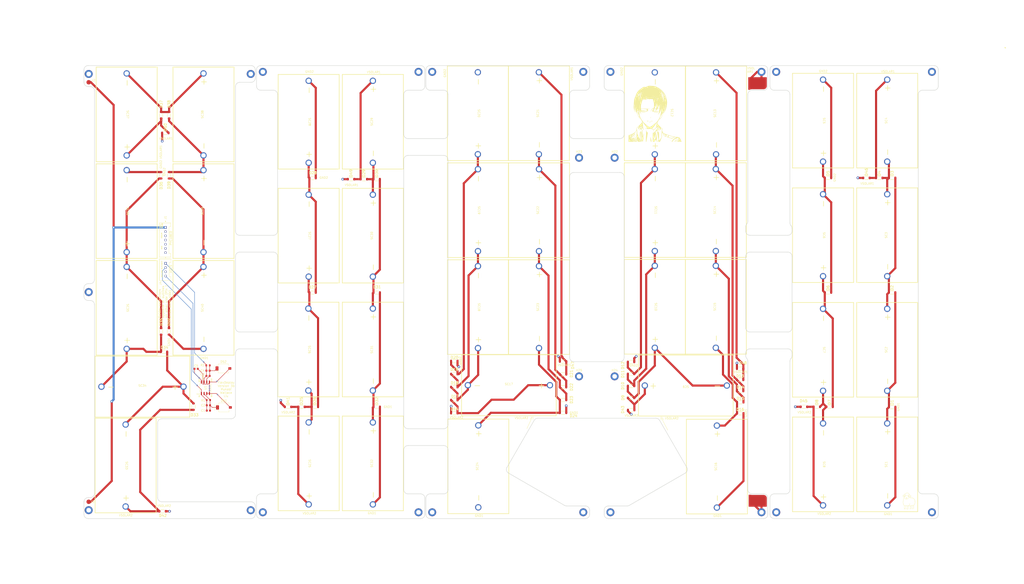
<source format=kicad_pcb>
(kicad_pcb (version 20241229) (generator "pcbnew") (generator_version "9.0")
  (title_block (title "Flex Deploy Side Panels") (date "2025-04-05") (rev "3.3") (company "Stanford Student Space Initiative") (comment 1 "Jacob Mukobi, Spencer Wallace, Hunter Liu"))
  (layers (0 "F.Cu" signal) (4 "In1.Cu" signal) (6 "In2.Cu" signal) (2 "B.Cu" signal) (13 "F.Paste" user) (15 "B.Paste" user) (5 "F.SilkS" user "F.Silkscreen") (7 "B.SilkS" user "B.Silkscreen") (1 "F.Mask" user) (3 "B.Mask" user) (25 "Edge.Cuts" user))
  (net 0 "")
  (net 1 "GND")
  (net 2 "VSOLAR")
  (net 3 "Net-(D1-C)")
  (net 4 "Net-(D2-C)")
  (net 5 "Net-(D3-C)")
  (net 6 "Net-(D4-C)")
  (net 7 "Net-(D5-C)")
  (net 8 "Net-(D6-C)")
  (net 9 "Net-(D7-C)")
  (net 10 "Net-(D45-A)")
  (net 11 "Net-(D10-C)")
  (net 12 "Net-(D43-A)")
  (net 13 "Net-(D10-A)")
  (net 14 "Net-(D11-A)")
  (net 15 "Net-(D13-A)")
  (net 16 "Net-(D14-A)")
  (net 17 "Net-(D15-A)")
  (net 18 "Net-(D17-A)")
  (net 19 "Net-(D17-C)")
  (net 20 "Net-(D18-A)")
  (net 21 "Net-(D19-A)")
  (net 22 "Net-(D21-A)")
  (net 23 "Net-(D22-A)")
  (net 24 "Net-(D23-A)")
  (net 25 "Net-(D25-A)")
  (net 26 "Net-(D25-C)")
  (net 27 "Net-(D26-A)")
  (net 28 "Net-(D27-A)")
  (net 29 "Net-(D29-A)")
  (net 30 "Net-(D30-A)")
  (net 31 "Net-(D31-A)")
  (net 32 "Net-(D33-A)")
  (net 33 "Net-(D33-C)")
  (net 34 "Net-(D34-A)")
  (net 35 "Net-(D35-A)")
  (net 36 "Net-(D37-A)")
  (net 37 "Net-(D38-A)")
  (net 38 "Net-(D39-A)")
  (net 39 "Net-(D13-C)")
  (net 40 "Net-(D21-C)")
  (net 41 "Net-(D29-C)")
  (net 42 "Net-(D37-C)")
  (net 43 "DEP SENSE")
  (net 44 "/Photodiodes and Op-Amp/IN1-")
  (net 45 "/OUT1")
  (net 46 "/OUT2")
  (net 47 "/Photodiodes and Op-Amp/IN2-")
  (net 48 "/3V3")
  (footprint "ssi_diode:RB160MM60TR" (layer "F.Cu") (at 402.1 259.375716 180)
    (property "Reference" "D15")
    (property "Value" "RB160MM-60TR" (hide yes))
  )
  (footprint "ssi_diode:RB160MM60TR" (layer "F.Cu") (at 444.55 261.574797)
    (property "Reference" "D7")
    (property "Value" "RB160MM-60TR" (hide yes))
  )
  (footprint "ssi_solarcell:SM141K08TFV" (layer "F.Cu") (at 471.95 288.954797 90)
    (property "Reference" "SC1")
    (property "Value" "SM141K08TFV")
  )
  (footprint "Resistor_SMD:R_0603_1608Metric" (layer "F.Cu") (at 149.161 241.868 180)
    (property "Reference" "R2")
    (property "Value" "3.9k" (hide yes))
  )
  (footprint "ssi_solarcell:SM141K08TFV" (layer "F.Cu") (at 306.4 121.95 90)
    (property "Reference" "SC21")
    (property "Value" "SM141K08TFV")
  )
  (footprint "ssi_solarcell:SM141K08TFV" (layer "F.Cu") (at 147 122.499 90)
    (property "Reference" "SC38")
    (property "Value" "SM141K08TFV")
  )
  (footprint "Capacitor_SMD:C_0603_1608Metric" (layer "F.Cu") (at 149.339 263.368 180)
    (property "Reference" "C1")
    (property "Value" "1nF" (hide yes))
  )
  (footprint "ssi_diode:RB160MM60TR" (layer "F.Cu") (at 350.2 251.65)
    (property "Reference" "D10")
    (property "Value" "RB160MM-60TR" (hide yes))
  )
  (footprint "ssi_connector:Molex_35362-0750" (layer "F.Cu") (at 128.95 176.249999 90)
    (property "Reference" "J1")
    (property "Value" "35362-0750")
  )
  (footprint "ssi_solarcell:SM141K08TFV" (layer "F.Cu") (at 277.45 214.15 -90)
    (property "Reference" "SC18")
    (property "Value" "SM141K08TFV")
  )
  (footprint "ssi_diode:RB160MM60TR" (layer "F.Cu") (at 432.37 261.574797)
    (property "Reference" "D45")
    (property "Value" "RB160MM-60TR" (hide yes))
  )
  (footprint "ssi_diode:RB160MM60TR" (layer "F.Cu") (at 350.2 257.358571)
    (property "Reference" "D9")
    (property "Value" "RB160MM-60TR" (hide yes))
  )
  (footprint "ssi_solarcell:SM141K08TFV" (layer "F.Cu") (at 390.6 122 90)
    (property "Reference" "SC13")
    (property "Value" "SM141K08TFV")
  )
  (footprint "MountingHole:MountingHole_2.2mm_M2_DIN965_Pad_TopBottom" (layer "F.Cu") (at 169.45 103.25)
    (property "Reference" "H18" (hide yes))
    (property "Value" "MountingHole_Pad")
  )
  (footprint "ssi_solarcell:SM141K08TFV" (layer "F.Cu") (at 292.15 251.3)
    (property "Reference" "SC17")
    (property "Value" "SM141K08TFV")
  )
  (footprint "ssi_diode:RB160MM60TR" (layer "F.Cu") (at 126.85 225.7 90)
    (property "Reference" "D35")
    (property "Value" "RB160MM-60TR" (hide yes))
  )
  (footprint "ssi_diode:RB160MM60TR" (layer "F.Cu") (at 126.875 122.875 90)
    (property "Reference" "D37")
    (property "Value" "RB160MM-60TR" (hide yes))
  )
  (footprint "ssi_solarcell:SM141K08TFV" (layer "F.Cu") (at 361.5 168 -90)
    (property "Reference" "SC11")
    (property "Value" "SM141K08TFV")
  )
  (footprint "ssi_solarcell:SM141K08TFV" (layer "F.Cu") (at 197 288.5 -90)
    (property "Reference" "SC25")
    (property "Value" "SM141K08TFV")
  )
  (footprint "ssi_diode:RB160MM60TR" (layer "F.Cu") (at 217.125 153.3)
    (property "Reference" "D49")
    (property "Value" "RB160MM-60TR" (hide yes))
  )
  (footprint "Resistor_SMD:R_0603_1608Metric" (layer "F.Cu") (at 149.339 258.348 180)
    (property "Reference" "R1")
    (property "Value" "3.9k" (hide yes))
  )
  (footprint "ssi_diode:RB160MM60TR" (layer "F.Cu") (at 402.025 248.758572 180)
    (property "Reference" "D13")
    (property "Value" "RB160MM-60TR" (hide yes))
  )
  (footprint "Capacitor_SMD:C_0603_1608Metric" (layer "F.Cu") (at 149.161 246.888 180)
    (property "Reference" "C3")
    (property "Value" "1nF" (hide yes))
  )
  (footprint "MountingHole:MountingHole_2.2mm_M2_DIN965_Pad_TopBottom" (layer "F.Cu") (at 92.45 310.75)
    (property "Reference" "H21" (hide yes))
    (property "Value" "MountingHole_Pad")
  )
  (footprint "ssi_diode:SFH2430" (layer "F.Cu") (at 156.718 261.874)
    (property "Reference" "D51")
    (property "Value" "SFH2430" (hide yes))
  )
  (footprint "ssi_solarcell:SM141K08TFV" (layer "F.Cu") (at 118 252)
    (property "Reference" "SC34")
    (property "Value" "SM141K08TFV")
  )
  (footprint "MountingHole:MountingHole_2.2mm_M2_DIN965_Pad_TopBottom" (layer "F.Cu") (at 340.4 311.75)
    (property "Reference" "H8" (hide yes))
    (property "Value" "MountingHole_Pad")
  )
  (footprint "ssi_solarcell:SM141K08TFV" (layer "F.Cu") (at 277.4 121.95 -90)
    (property "Reference" "SC20")
    (property "Value" "SM141K08TFV")
  )
  (footprint "ssi_solarcell:SM141K08TFV" (layer "F.Cu") (at 441.45 179.954797 -90)
    (property "Reference" "SC6")
    (property "Value" "SM141K08TFV")
  )
  (footprint "ssi_diode:RB160MM60TR" (layer "F.Cu") (at 350.25 263.108571)
    (property "Reference" "D43")
    (property "Value" "RB160MM-60TR" (hide yes))
  )
  (footprint "ssi_solarcell:SM141K08TFV" (layer "F.Cu") (at 361.5 214 -90)
    (property "Reference" "SC10")
    (property "Value" "SM141K08TFV")
  )
  (footprint "ssi_diode:RB160MM60TR" (layer "F.Cu") (at 187.175 261.62)
    (property "Reference" "D41")
    (property "Value" "RB160MM-60TR" (hide yes))
  )
  (footprint "ssi_diode:RB160MM60TR" (layer "F.Cu") (at 317.885 264.43)
    (property "Reference" "D24")
    (property "Value" "RB160MM-60TR" (hide yes))
  )
  (footprint "ssi_diode:RB160MM60TR" (layer "F.Cu") (at 126.85 151.45 90)
    (property "Reference" "D36")
    (property "Value" "RB160MM-60TR" (hide yes))
  )
  (footprint "MountingHole:MountingHole_2.2mm_M2_DIN965_Pad_TopBottom" (layer "F.Cu") (at 493.2 311.75)
    (property "Reference" "H1" (hide yes))
    (property "Value" "MountingHole_Pad")
  )
  (footprint "ssi_solarcell:SM141K08TFV" (layer "F.Cu") (at 227.5 180.166666 90)
    (property "Reference" "SC30")
    (property "Value" "SM141K08TFV")
  )
  (footprint "ssi_diode:RB160MM60TR" (layer "F.Cu") (at 350.2 245.941429)
    (property "Reference" "D11")
    (property "Value" "RB160MM-60TR" (hide yes))
  )
  (footprint "MountingHole:MountingHole_2.2mm_M2_DIN965_Pad_TopBottom" (layer "F.Cu") (at 327.5 311.75)
    (property "Reference" "H9" (hide yes))
    (property "Value" "MountingHole_Pad")
  )
  (footprint "ssi_IC:LTC2051HS8_PBF" (layer "F.Cu") (at 147.92585 252.52585 90)
    (property "Reference" "U1")
    (property "Value" "LTC2051HS8")
  )
  (footprint "MountingHole:MountingHole_2.2mm_M2_DIN965_Pad_TopBottom" (layer "F.Cu") (at 412.2 311.75)
    (property "Reference" "H5" (hide yes))
    (property "Value" "MountingHole_Pad")
  )
  (footprint "MountingHole:MountingHole_2.2mm_M2_DIN965_Pad_TopBottom" (layer "F.Cu") (at 340.4 102.25)
    (property "Reference" "H7" (hide yes))
    (property "Value" "MountingHole_Pad")
  )
  (footprint "ssi_diode:RB160MM60TR" (layer "F.Cu") (at 198.836 207.25)
    (property "Reference" "D27")
    (property "Value" "RB160MM-60TR" (hide yes))
  )
  (footprint "MountingHole:MountingHole_2.2mm_M2_DIN965_Pad_TopBottom" (layer "F.Cu") (at 342.4 247.1)
    (property "Reference" "H24")
    (property "Value" "MountingHole_Pad")
  )
  (footprint "ssi_diode:RB160MM60TR" (layer "F.Cu") (at 198.836 152.75)
    (property "Reference" "D28")
    (property "Value" "RB160MM-60TR" (hide yes))
  )
  (footprint "ssi_solarcell:SM141K08TFV" (layer "F.Cu") (at 391 290.01 90)
    (property "Reference" "SC16")
    (property "Value" "SM141K08TFV")
  )
  (footprint "MountingHole:MountingHole_2.2mm_M2_DIN965_Pad_TopBottom" (layer "F.Cu") (at 175.2 311.75)
    (property "Reference" "H16" (hide yes))
    (property "Value" "MountingHole_Pad")
  )
  (footprint "ssi_solarcell:SM141K08TFV" (layer "F.Cu") (at 376.25 251.46 180)
    (property "Reference" "SC9")
    (property "Value" "SM141K08TFV")
  )
  (footprint "MountingHole:MountingHole_2.2mm_M2_DIN965_Pad_TopBottom" (layer "F.Cu") (at 249.2 102.25)
    (property "Reference" "H14" (hide yes))
    (property "Value" "MountingHole_Pad")
  )
  (footprint "Capacitor_SMD:C_0603_1608Metric" (layer "F.Cu") (at 143.5 243.5)
    (property "Reference" "C5")
    (property "Value" "1nF" (hide yes))
  )
  (footprint "ssi_diode:RB160MM60TR" (layer "F.Cu") (at 350.2 240.232858)
    (property "Reference" "D12")
    (property "Value" "RB160MM-60TR" (hide yes))
  )
  (footprint "ssi_diode:RB160MM60TR" (layer "F.Cu") (at 443.8 152.704797)
    (property "Reference" "D5")
    (property "Value" "RB160MM-60TR" (hide yes))
  )
  (footprint "ssi_diode:RB160MM60TR" (layer "F.Cu") (at 317.885 240.01)
    (property "Reference" "D47")
    (property "Value" "RB160MM-60TR" (hide yes))
  )
  (footprint "ssi_diode:RB160MM60TR" (layer "F.Cu") (at 130.6 225.7 -90)
    (property "Reference" "D40")
    (property "Value" "RB160MM-60TR" (hide yes))
  )
  (footprint "ssi_diode:RB160MM60TR" (layer "F.Cu") (at 199.925 261.6)
    (property "Reference" "D26")
    (property "Value" "RB160MM-60TR" (hide yes))
  )
  (footprint "ssi_solarcell:SM141K08TFV" (layer "F.Cu") (at 196.85 234.333332 -90)
    (property "Reference" "SC26")
    (property "Value" "SM141K08TFV")
  )
  (footprint "MountingHole:MountingHole_2.2mm_M2_DIN965_Pad_TopBottom" (layer "F.Cu") (at 412.2 102.25)
    (property "Reference" "H6" (hide yes))
    (property "Value" "MountingHole_Pad")
  )
  (footprint "MountingHole:MountingHole_2.2mm_M2_DIN965_Pad_TopBottom" (layer "F.Cu") (at 342.4 143.1)
    (property "Reference" "H22")
    (property "Value" "MountingHole_Pad")
  )
  (footprint "ssi_diode:RB160MM60TR" (layer "F.Cu") (at 266.205 264.58)
    (property "Reference" "D44")
    (property "Value" "RB160MM-60TR" (hide yes))
  )
  (footprint "MountingHole:MountingHole_2.2mm_M2_DIN965_Pad_TopBottom" (layer "F.Cu") (at 249.2 311.75)
    (property "Reference" "H13" (hide yes))
    (property "Value" "MountingHole_Pad")
  )
  (footprint "MountingHole:MountingHole_2.2mm_M2_DIN965_Pad_TopBottom" (layer "F.Cu") (at 92.456 103.251)
    (property "Reference" "H19" (hide yes))
    (property "Value" "MountingHole_Pad")
  )
  (footprint "ssi_diode:RB160MM60TR" (layer "F.Cu") (at 317.885 246.115 180)
    (property "Reference" "D21")
    (property "Value" "RB160MM-60TR" (hide yes))
  )
  (footprint "ssi_solarcell:SM141K08TFV" (layer "F.Cu") (at 441.45 234.454797 -90)
    (property "Reference" "SC7")
    (property "Value" "SM141K08TFV")
  )
  (footprint "ssi_diode:RB160MM60TR" (layer "F.Cu") (at 462.075 152.7)
    (property "Reference" "D46")
    (property "Value" "RB160MM-60TR" (hide yes))
  )
  (footprint "ssi_diode:RB160MM60TR" (layer "F.Cu") (at 266.205 245.995)
    (property "Reference" "D19")
    (property "Value" "RB160MM-60TR" (hide yes))
  )
  (footprint "MountingHole:MountingHole_2.2mm_M2_DIN965_Pad_TopBottom" (layer "F.Cu") (at 325.5 247.1)
    (property "Reference" "H25")
    (property "Value" "MountingHole_Pad")
  )
  (footprint "ssi_solarcell:SM141K08TFV" (layer "F.Cu") (at 390.5 168 90)
    (property "Reference" "SC14")
    (property "Value" "SM141K08TFV")
  )
  (footprint "ssi_diode:RB160MM60TR" (layer "F.Cu") (at 142.25 261.5 90)
    (property "Reference" "D33")
    (property "Value" "RB160MM-60TR" (hide yes))
  )
  (footprint "ssi_connector:Molex_35362-0450" (layer "F.Cu") (at 129 193.35 90)
    (property "Reference" "J4")
    (property "Value" "35362-0450")
  )
  (footprint "MountingHole:MountingHole_2.2mm_M2_DIN965_Pad_TopBottom" (layer "F.Cu") (at 419.22 311.75)
    (property "Reference" "H4" (hide yes))
    (property "Value" "MountingHole_Pad")
  )
  (footprint "ssi_solarcell:SM141K08TFV" (layer "F.Cu") (at 110.5 122.5 -90)
    (property "Reference" "SC37")
    (property "Value" "SM141K08TFV")
  )
  (footprint "ssi_solarcell:SM141K08TFV" (layer "F.Cu") (at 147 168.5 90)
    (property "Reference" "SC39")
    (property "Value" "SM141K08TFV")
  )
  (footprint "ssi_diode:RB160MM60TR" (layer "F.Cu") (at 229.316 261.62)
    (property "Reference" "D32")
    (property "Value" "RB160MM-60TR" (hide yes))
  )
  (footprint "ssi_solarcell:SM141K08TFV" (layer "F.Cu") (at 110.5 214.5 -90)
    (property "Reference" "SC35")
    (property "Value" "SM141K08TFV")
  )
  (footprint "MountingHole:MountingHole_2.2mm_M2_DIN965_Pad_TopBottom" (layer "F.Cu") (at 325.5 143.1)
    (property "Reference" "H23")
    (property "Value" "MountingHole_Pad")
  )
  (footprint "ssi_solarcell:SM141K08TFV" (layer "F.Cu") (at 390.5 214 90)
    (property "Reference" "SC15")
    (property "Value" "SM141K08TFV")
  )
  (footprint "ssi_solarcell:SM141K08TFV" (layer "F.Cu") (at 197 126 -90)
    (property "Reference" "SC28")
    (property "Value" "SM141K08TFV")
  )
  (footprint "ssi_diode:RB160MM60TR" (layer "F.Cu") (at 130.65 122.875 -90)
    (property "Reference" "D38")
    (property "Value" "RB160MM-60TR" (hide yes))
  )
  (footprint "ssi_solarcell:SM141K08TFV" (layer "F.Cu") (at 471.95 179.954797 90)
    (property "Reference" "SC3")
    (property "Value" "SM141K08TFV")
  )
  (footprint "ssi_solarcell:SM141K08TFV" (layer "F.Cu") (at 227.5 288.5 90)
    (property "Reference" "SC32")
    (property "Value" "SM141K08TFV")
  )
  (footprint "MountingHole:MountingHole_2.2mm_M2_DIN965_Pad_TopBottom" (layer "F.Cu") (at 175.2 102.25)
    (property "Reference" "H15" (hide yes))
    (property "Value" "MountingHole_Pad")
  )
  (footprint "ssi_diode:RB160MM60TR" (layer "F.Cu") (at 474.28 152.704797)
    (property "Reference" "D3")
    (property "Value" "RB160MM-60TR" (hide yes))
  )
  (footprint "ssi_solarcell:SM141K08TFV" (layer "F.Cu") (at 227.5 234.333332 90)
    (property "Reference" "SC31")
    (property "Value" "SM141K08TFV")
  )
  (footprint "ssi_solarcell:SM141K08TFV" (layer "F.Cu") (at 441.45 125.454797 -90)
    (property "Reference" "SC5")
    (property "Value" "SM141K08TFV")
  )
  (footprint "ssi_diode:RB160MM60TR" (layer "F.Cu") (at 317.885 258.325 180)
    (property "Reference" "D23")
    (property "Value" "RB160MM-60TR" (hide yes))
  )
  (footprint "ssi_diode:RB160MM60TR" (layer "F.Cu") (at 474.3 261.704797)
    (property "Reference" "D1")
    (property "Value" "RB160MM-60TR" (hide yes))
  )
  (footprint "ssi_connector:0900-3-15-20-75-14-11-0" (layer "F.Cu") (at 92.45 306.75)
    (property "Reference" "J3")
    (property "Value" "0900-3-15-20-75-14-11-0")
  )
  (footprint "MountingHole:MountingHole_2.2mm_M2_DIN965_Pad_TopBottom" (layer "F.Cu") (at 255.7 311.75)
    (property "Reference" "H12" (hide yes))
    (property "Value" "MountingHole_Pad")
  )
  (footprint "ssi_solarcell:SM141K08TFV" (layer "F.Cu") (at 277.45 168.05 -90)
    (property "Reference" "SC19")
    (property "Value" "SM141K08TFV")
  )
  (footprint "ssi_diode:RB160MM60TR" (layer "F.Cu") (at 128.875 131.3)
    (property "Reference" "D50")
    (property "Value" "RB160MM-60TR" (hide yes))
  )
  (footprint "ssi_diode:RB160MM60TR" (layer "F.Cu") (at 223.2 153.3)
    (property "Reference" "D29")
    (property "Value" "RB160MM-60TR" (hide yes))
  )
  (footprint "ssi_solarcell:SM141K08TFV" (layer "F.Cu") (at 306.45 168.05 90)
    (property "Reference" "SC22")
    (property "Value" "SM141K08TFV")
  )
  (footprint "MountingHole:MountingHole_2.2mm_M2_DIN965_Pad_TopBottom" (layer "F.Cu") (at 169.45 310.769)
    (property "Reference" "H17" (hide yes))
    (property "Value" "MountingHole_Pad")
  )
  (footprint "ssi_solarcell:SM141K08TFV" (layer "F.Cu") (at 361.5 122 -90)
    (property "Reference" "SC12")
    (property "Value" "SM141K08TFV")
  )
  (footprint "MountingHole:MountingHole_2.2mm_M2_DIN965_Pad_TopBottom" (layer "F.Cu") (at 419.2 102.25)
    (property "Reference" "H3" (hide yes))
    (property "Value" "MountingHole_Pad")
  )
  (footprint "ssi_solarcell:SM141K08TFV" (layer "F.Cu") (at 441.45 288.954797 -90)
    (property "Reference" "SC8")
    (property "Value" "SM141K08TFV")
  )
  (footprint "ssi_diode:RB160MM60TR" (layer "F.Cu") (at 127.565 311.25 180)
    (property "Reference" "D42")
    (property "Value" "RB160MM-60TR" (hide yes))
  )
  (footprint "ssi_diode:RB160MM60TR" (layer "F.Cu") (at 229.291 153.3)
    (property "Reference" "D30")
    (property "Value" "RB160MM-60TR" (hide yes))
  )
  (footprint "ssi_diode:RB160MM60TR" (layer "F.Cu") (at 474.26 207.204797)
    (property "Reference" "D2")
    (property "Value" "RB160MM-60TR" (hide yes))
  )
  (footprint "ssi_diode:RB160MM60TR" (layer "F.Cu") (at 193.575 261.6)
    (property "Reference" "D25")
    (property "Value" "RB160MM-60TR" (hide yes))
  )
  (footprint "ssi_connector:0900-3-15-20-75-14-11-0" (layer "F.Cu") (at 92.45 107.2)
    (property "Reference" "J2")
    (property "Value" "0900-3-15-20-75-14-11-0")
  )
  (footprint "MountingHole:MountingHole_2.2mm_M2_DIN965_Pad_TopBottom" (layer "F.Cu") (at 493.2 102.25)
    (property "Reference" "H2" (hide yes))
    (property "Value" "MountingHole_Pad")
  )
  (footprint "ssi_solarcell:SM141K08TFV" (layer "F.Cu") (at 110 289.5 -90)
    (property "Reference" "SC33")
    (property "Value" "SM141K08TFV")
  )
  (footprint "ssi_diode:RB160MM60TR" (layer "F.Cu") (at 266.205 239.8)
    (property "Reference" "D20")
    (property "Value" "RB160MM-60TR" (hide yes))
  )
  (footprint "ssi_solarcell:SM141K08TFV" (layer "F.Cu") (at 277.6 289.9 90)
    (property "Reference" "SC24")
    (property "Value" "SM141K08TFV")
  )
  (footprint "ssi_solarcell:SM141K08TFV" (layer "F.Cu") (at 471.95 125.454797 90)
    (property "Reference" "SC4")
    (property "Value" "SM141K08TFV")
  )
  (footprint "ssi_solarcell:SM141K08TFV" (layer "F.Cu") (at 110.5 168.5 -90)
    (property "Reference" "SC36")
    (property "Value" "SM141K08TFV")
  )
  (footprint "MountingHole:MountingHole_2.2mm_M2_DIN965_Pad_TopBottom" (layer "F.Cu") (at 255.7 102.25)
    (property "Reference" "H11" (hide yes))
    (property "Value" "MountingHole_Pad")
  )
  (footprint "ssi_diode:RB160MM60TR" (layer "F.Cu") (at 402.05 243.45)
    (property "Reference" "D48")
    (property "Value" "RB160MM-60TR" (hide yes))
  )
  (footprint "MountingHole:MountingHole_2.2mm_M2_DIN965_Pad_TopBottom" (layer "F.Cu") (at 327.5 102.25)
    (property "Reference" "H10" (hide yes))
    (property "Value" "MountingHole_Pad")
  )
  (footprint "ssi_solarcell:SM141K08TFV" (layer "F.Cu") (at 306.45 214.15 90)
    (property "Reference" "SC23")
    (property "Value" "SM141K08TFV")
  )
  (footprint "ssi_solarcell:SM141K08TFV" (layer "F.Cu") (at 471.95 234.454797 90)
    (property "Reference" "SC2")
    (property "Value" "SM141K08TFV")
  )
  (footprint "ssi_drawings:sheep" (layer "F.Cu") (at 482.31 306.38)
    (property "Reference" "G***" (hide yes))
    (property "Value" "sheep" (hide yes))
  )
  (footprint "ssi_diode:RB160MM60TR" (layer "F.Cu") (at 266.205 258.385)
    (property "Reference" "D17")
    (property "Value" "RB160MM-60TR" (hide yes))
  )
  (footprint "ssi_diode:SFH2430" (layer "F.Cu") (at 156.47 243.332)
    (property "Reference" "D52")
    (property "Value" "SFH2430" (hide yes))
  )
  (footprint "ssi_diode:RB160MM60TR" (layer "F.Cu") (at 402.11 264.684288)
    (property "Reference" "D16")
    (property "Value" "RB160MM-60TR" (hide yes))
  )
  (footprint "ssi_diode:RB160MM60TR" (layer "F.Cu") (at 443.8 207.204797)
    (property "Reference" "D6")
    (property "Value" "RB160MM-60TR" (hide yes))
  )
  (footprint "ssi_diode:RB160MM60TR" (layer "F.Cu") (at 402.025 254.067144 180)
    (property "Reference" "D14")
    (property "Value" "RB160MM-60TR" (hide yes))
  )
  (footprint "ssi_drawings:levi_ackerman" (layer "F.Cu") (at 359.4 123.6)
    (property "Reference" "REF**" (hide yes))
    (property "Value" "levi_ackerman" (hide yes))
  )
  (footprint "Capacitor_SMD:C_0603_1608Metric" (layer "F.Cu") (at 149.161 244.378 180)
    (property "Reference" "C4")
    (property "Value" "0.1uF" (hide yes))
  )
  (footprint "ssi_solarcell:SM141K08TFV" (layer "F.Cu") (at 147 214.5 90)
    (property "Reference" "SC40")
    (property "Value" "SM141K08TFV")
  )
  (footprint "ssi_diode:RB160MM60TR" (layer "F.Cu") (at 468.175 152.7)
    (property "Reference" "D4")
    (property "Value" "RB160MM-60TR" (hide yes))
  )
  (footprint "ssi_diode:RB160MM60TR" (layer "F.Cu") (at 128.225 235.425 180)
    (property "Reference" "D34")
    (property "Value" "RB160MM-60TR" (hide yes))
  )
  (footprint "ssi_diode:RB160MM60TR" (layer "F.Cu") (at 266.205 252.19)
    (property "Reference" "D18")
    (property "Value" "RB160MM-60TR" (hide yes))
  )
  (footprint "ssi_diode:RB160MM60TR" (layer "F.Cu") (at 229.316 207.25)
    (property "Reference" "D31")
    (property "Value" "RB160MM-60TR" (hide yes))
  )
  (footprint "ssi_solarcell:SM141K08TFV" (layer "F.Cu") (at 197 180.166666 -90)
    (property "Reference" "SC27")
    (property "Value" "SM141K08TFV")
  )
  (footprint "MountingHole:MountingHole_2.2mm_M2_DIN965_Pad_TopBottom" (layer "F.Cu") (at 92.45 207)
    (property "Reference" "H20" (hide yes))
    (property "Value" "MountingHole_Pad")
  )
  (footprint "ssi_diode:RB160MM60TR" (layer "F.Cu") (at 130.625 151.45 -90)
    (property "Reference" "D39")
    (property "Value" "RB160MM-60TR" (hide yes))
  )
  (footprint "ssi_diode:RB160MM60TR" (layer "F.Cu") (at 317.865 252.22 180)
    (property "Reference" "D22")
    (property "Value" "RB160MM-60TR" (hide yes))
  )
  (footprint "Capacitor_SMD:C_0603_1608Metric" (layer "F.Cu") (at 149.339 260.858 180)
    (property "Reference" "C2")
    (property "Value" "0.1uF" (hide yes))
  )
  (footprint "ssi_solarcell:SM141K08TFV" (layer "F.Cu") (at 227.5 126 90)
    (property "Reference" "SC29")
    (property "Value" "SM141K08TFV")
  )
  (footprint "ssi_diode:RB160MM60TR" (layer "F.Cu") (at 438.475 261.574797)
    (property "Reference" "D8")
    (property "Value" "RB160MM-60TR" (hide yes))
  )
  (gr_line (start 126.25 177.4) (end 128.15 177.4) (stroke (width 0.2) (type dot)) (layer "F.SilkS"))
  (gr_line (start 300.7 271.925) (end 303.225 266.525) (stroke (width 0.15)) (layer "F.SilkS"))
  (gr_poly (pts (xy 527.904943 90.389774) (xy 527.915454 90.390999) (xy 527.937535 90.395839) (xy 527.960856 90.40378) (xy 527.985212 90.414717) (xy 528.010394 90.428548) (xy 528.036197 90.44517) (xy 528.062414 90.464479) (xy 528.088837 90.486372) (xy 528.115261 90.510745) (xy 528.141478 90.537496) (xy 528.167282 90.566521) (xy 528.192466 90.597716) (xy 528.216823 90.630979) (xy 528.240146 90.666206) (xy 528.26223 90.703294) (xy 528.282866 90.742139) (xy 528.292272 90.75867) (xy 528.300658 90.775169) (xy 528.308036 90.791603) (xy 528.31442 90.807941) (xy 528.319822 90.824149) (xy 528.324255 90.840196) (xy 528.327733 90.856048) (xy 528.330267 90.871675) (xy 528.331872 90.887043) (xy 528.332559 90.902121) (xy 528.332342 90.916876) (xy 528.331234 90.931275) (xy 528.329248 90.945287) (xy 528.326396 90.958879) (xy 528.322691 90.972018) (xy 528.318146 90.984673) (xy 528.312775 90.996812) (xy 528.30659 91.008401) (xy 528.299604 91.019409) (xy 528.29183 91.029803) (xy 528.283281 91.039552) (xy 528.273969 91.048622) (xy 528.263908 91.056981) (xy 528.253111 91.064598) (xy 528.24159 91.07144) (xy 528.229358 91.077474) (xy 528.216429 91.082668) (xy 528.202815 91.086991) (xy 528.188529 91.090409) (xy 528.173584 91.09289) (xy 528.157993 91.094403) (xy 528.141768 91.094914) (xy 528.12203 91.094403) (xy 528.102525 91.09289) (xy 528.083279 91.090409) (xy 528.064316 91.086991) (xy 528.045664 91.082668) (xy 528.027348 91.077474) (xy 528.009393 91.07144) (xy 527.991826 91.064598) (xy 527.974673 91.056981) (xy 527.957959 91.048622) (xy 527.94171 91.039552) (xy 527.925953 91.029803) (xy 527.910712 91.019409) (xy 527.896013 91.008401) (xy 527.881883 90.996812) (xy 527.868348 90.984673) (xy 527.855433 90.972018) (xy 527.843163 90.958879) (xy 527.831566 90.945287) (xy 527.820666 90.931275) (xy 527.81049 90.916876) (xy 527.801063 90.902121) (xy 527.792411 90.887043) (xy 527.78456 90.871675) (xy 527.777536 90.856048) (xy 527.771365 90.840196) (xy 527.766072 90.824149) (xy 527.761684 90.807941) (xy 527.758226 90.791603) (xy 527.755724 90.775169) (xy 527.754204 90.75867) (xy 527.753691 90.742139) (xy 527.753896 90.722503) (xy 527.754501 90.703294) (xy 527.755494 90.684524) (xy 527.756861 90.666206) (xy 527.75859 90.648353) (xy 527.760668 90.630979) (xy 527.763082 90.614096) (xy 527.765819 90.597716) (xy 527.768865 90.581853) (xy 527.77221 90.566521) (xy 527.775838 90.551731) (xy 527.779738 90.537496) (xy 527.783896 90.52383) (xy 527.788299 90.510745) (xy 527.792935 90.498255) (xy 527.797791 90.486372) (xy 527.802854 90.475109) (xy 527.80811 90.464479) (xy 527.813548 90.454495) (xy 527.819153 90.44517) (xy 527.824913 90.436517) (xy 527.830816 90.428548) (xy 527.836848 90.421278) (xy 527.842996 90.414717) (xy 527.849248 90.40888) (xy 527.85559 90.40378) (xy 527.86201 90.399428) (xy 527.868494 90.395839) (xy 527.87503 90.393025) (xy 527.881605 90.390999) (xy 527.888206 90.389774) (xy 527.89482 90.389363)) (fill yes) (layer "F.SilkS"))
  (gr_line (start 152.146 241.808) (end 152.146 244.856) (stroke (width 0.1)) (layer "F.SilkS"))
  (gr_line (start 367.65 272.7) (end 364.625 266.85) (stroke (width 0.15)) (layer "F.SilkS"))
  (gr_line (start 152.4 260.35) (end 152.4 263.398) (stroke (width 0.1)) (layer "F.SilkS"))
  (gr_line (start 126.175 183.35) (end 128.075 183.35) (stroke (width 0.2) (type dot)) (layer "F.SilkS"))
  (gr_line (start 242.2 301) (end 242.2 282) (stroke (width 0.2)) (layer "Edge.Cuts"))
  (gr_line (start 252.2 109) (end 252.2 101.25) (stroke (width 0.2)) (layer "Edge.Cuts"))
  (gr_arc (start 182.2 301) (mid 181.614214 302.414214) (end 180.2 303) (stroke (width 0.2)) (layer "Edge.Cuts"))
  (gr_arc (start 162.2 190) (mid 162.785786 188.585786) (end 164.2 188) (stroke (width 0.2)) (layer "Edge.Cuts"))
  (gr_line (start 263.2 113) (end 263.2 132) (stroke (width 0.2)) (layer "Edge.Cuts"))
  (gr_arc (start 93.2 211) (mid 94.614214 211.585786) (end 95.2 213) (stroke (width 0.2)) (layer "Edge.Cuts"))
  (gr_line (start 363.761376 268.000959) (end 376.684025 290.383645) (stroke (width 0.2)) (layer "Edge.Cuts"))
  (gr_arc (start 413.218 303) (mid 414.632214 303.585786) (end 415.218 305) (stroke (width 0.2)) (layer "Edge.Cuts"))
  (gr_line (start 127.2 267.25) (end 160.2 267.25) (stroke (width 0.2)) (layer "Edge.Cuts"))
  (gr_arc (start 337.418 101.25) (mid 338.003786 99.835786) (end 339.418 99.25) (stroke (width 0.2)) (layer "Edge.Cuts"))
  (gr_arc (start 413.218 99.25) (mid 414.632214 99.835786) (end 415.218 101.25) (stroke (width 0.2)) (layer "Edge.Cuts"))
  (gr_arc (start 344.918 150.1) (mid 346.332214 150.685786) (end 346.918 152.1) (stroke (width 0.2)) (layer "Edge.Cuts"))
  (gr_arc (start 496.218 109) (mid 495.632214 110.414214) (end 494.218 111) (stroke (width 0.2)) (layer "Edge.Cuts"))
  (gr_arc (start 164.2 180) (mid 162.785786 179.414214) (end 162.2 178) (stroke (width 0.2)) (layer "Edge.Cuts"))
  (gr_line (start 405.718 173.267949) (end 405.718 113) (stroke (width 0.2)) (layer "Edge.Cuts"))
  (gr_arc (start 127.2 306.75) (mid 125.785786 306.164214) (end 125.2 304.75) (stroke (width 0.2)) (layer "Edge.Cuts"))
  (gr_line (start 337.418 310.75) (end 337.418 312.75) (stroke (width 0.2)) (layer "Edge.Cuts"))
  (gr_line (start 90.2 306.75) (end 90.2 312.75) (stroke (width 0.2)) (layer "Edge.Cuts"))
  (gr_arc (start 252.2 312.75) (mid 251.614214 314.164214) (end 250.2 314.75) (stroke (width 0.2)) (layer "Edge.Cuts"))
  (gr_line (start 174.2 111) (end 180.2 111) (stroke (width 0.2)) (layer "Edge.Cuts"))
  (gr_line (start 426.718 236) (end 426.718 237.267949) (stroke (width 0.2)) (layer "Edge.Cuts"))
  (gr_line (start 244.2 280) (end 261.2 280) (stroke (width 0.2)) (layer "Edge.Cuts"))
  (gr_line (start 172.2 101.25) (end 172.2 109) (stroke (width 0.2)) (layer "Edge.Cuts"))
  (gr_arc (start 174.2 314.75) (mid 172.785786 314.164214) (end 172.2 312.75) (stroke (width 0.2)) (layer "Edge.Cuts"))
  (gr_arc (start 415.218 312.75) (mid 414.632214 314.164214) (end 413.218 314.75) (stroke (width 0.2)) (layer "Edge.Cuts"))
  (gr_arc (start 404.718 190) (mid 405.303786 188.585786) (end 406.718 188) (stroke (width 0.2)) (layer "Edge.Cuts"))
  (gr_arc (start 93.2 109.25) (mid 94.614214 109.835786) (end 95.2 111.25) (stroke (width 0.2)) (layer "Edge.Cuts"))
  (gr_line (start 254.71 111) (end 261.2 111) (stroke (width 0.2)) (layer "Edge.Cuts"))
  (gr_line (start 339.418 111) (end 344.918 111) (stroke (width 0.2)) (layer "Edge.Cuts"))
  (gr_line (start 93.2 203) (end 92.2 203) (stroke (width 0.2)) (layer "Edge.Cuts"))
  (gr_line (start 494.218 303) (end 488.718 303) (stroke (width 0.2)) (layer "Edge.Cuts"))
  (gr_line (start 174.2 314.75) (end 250.2 314.75) (stroke (width 0.2)) (layer "Edge.Cuts"))
  (gr_line (start 261.2 303) (end 254.71 303) (stroke (width 0.2)) (layer "Edge.Cuts"))
  (gr_line (start 182.2 190) (end 182.2 224) (stroke (width 0.2)) (layer "Edge.Cuts"))
  (gr_line (start 162.2 224) (end 162.2 190) (stroke (width 0.2)) (layer "Edge.Cuts"))
  (gr_arc (start 254.71 111) (mid 253.295786 110.414214) (end 252.71 109) (stroke (width 0.2)) (layer "Edge.Cuts"))
  (gr_line (start 164.2 107.25) (end 169.6 107.25) (stroke (width 0.2)) (layer "Edge.Cuts"))
  (gr_line (start 321.01 238.1) (end 321.01 152.1) (stroke (width 0.2)) (layer "Edge.Cuts"))
  (gr_arc (start 171.6 105.25) (mid 171.014214 106.664214) (end 169.6 107.25) (stroke (width 0.2)) (layer "Edge.Cuts"))
  (gr_arc (start 415.218 109) (mid 414.632214 110.414214) (end 413.218 111) (stroke (width 0.2)) (layer "Edge.Cuts"))
  (gr_arc (start 90.2 306.75) (mid 90.785786 305.335786) (end 92.2 304.75) (stroke (width 0.2)) (layer "Edge.Cuts"))
  (gr_line (start 407.718 111) (end 413.218 111) (stroke (width 0.2)) (layer "Edge.Cuts"))
  (gr_arc (start 405.218 238.590825) (mid 405.588829 239.206594) (end 405.718 239.913701) (stroke (width 0.2)) (layer "Edge.Cuts"))
  (gr_arc (start 162.2 109.25) (mid 162.785786 107.835786) (end 164.2 107.25) (stroke (width 0.2)) (layer "Edge.Cuts"))
  (gr_line (start 172.2 305) (end 172.2 312.75) (stroke (width 0.2)) (layer "Edge.Cuts"))
  (gr_arc (start 406.718 226) (mid 405.303786 225.414214) (end 404.718 224) (stroke (width 0.2)) (layer "Edge.Cuts"))
  (gr_line (start 169.6 99.25) (end 92.2 99.25) (stroke (width 0.2)) (layer "Edge.Cuts"))
  (gr_line (start 425.718 239.913701) (end 425.718 301) (stroke (width 0.2)) (layer "Edge.Cuts"))
  (gr_arc (start 339.418 314.75) (mid 338.003786 314.164214) (end 337.418 312.75) (stroke (width 0.2)) (layer "Edge.Cuts"))
  (gr_arc (start 339.418 111) (mid 338.003786 110.414214) (end 337.418 109) (stroke (width 0.2)) (layer "Edge.Cuts"))
  (gr_line (start 242.2 132) (end 242.2 113) (stroke (width 0.2)) (layer "Edge.Cuts"))
  (gr_arc (start 162.2 236) (mid 162.785786 234.585786) (end 164.2 234) (stroke (width 0.2)) (layer "Edge.Cuts"))
  (gr_line (start 164.2 188) (end 180.2 188) (stroke (width 0.2)) (layer "Edge.Cuts"))
  (gr_line (start 413.218 99.25) (end 339.418 99.25) (stroke (width 0.2)) (layer "Edge.Cuts"))
  (gr_line (start 162.2 265.25) (end 162.2 236) (stroke (width 0.2)) (layer "Edge.Cuts"))
  (gr_line (start 318.591333 308.482051) (end 291.976025 293.115696) (stroke (width 0.2)) (layer "Edge.Cuts"))
  (gr_arc (start 426.718 178) (mid 426.132214 179.414214) (end 424.718 180) (stroke (width 0.2)) (layer "Edge.Cuts"))
  (gr_line (start 180.2 180) (end 164.2 180) (stroke (width 0.2)) (layer "Edge.Cuts"))
  (gr_arc (start 426.718 224) (mid 426.132214 225.414214) (end 424.718 226) (stroke (width 0.2)) (layer "Edge.Cuts"))
  (gr_line (start 92.2 211) (end 93.2 211) (stroke (width 0.2)) (layer "Edge.Cuts"))
  (gr_line (start 404.718 178) (end 404.718 175.913701) (stroke (width 0.2)) (layer "Edge.Cuts"))
  (gr_line (start 250.2 99.25) (end 174.2 99.25) (stroke (width 0.2)) (layer "Edge.Cuts"))
  (gr_line (start 261.2 134) (end 244.2 134) (stroke (width 0.2)) (layer "Edge.Cuts"))
  (gr_arc (start 321.01 113) (mid 321.595786 111.585786) (end 323.01 111) (stroke (width 0.2)) (layer "Edge.Cuts"))
  (gr_line (start 244.2 111) (end 250.2 111) (stroke (width 0.2)) (layer "Edge.Cuts"))
  (gr_arc (start 425.718 301) (mid 425.132214 302.414214) (end 423.718 303) (stroke (width 0.2)) (layer "Edge.Cuts"))
  (gr_line (start 182.2 113) (end 182.2 178) (stroke (width 0.2)) (layer "Edge.Cuts"))
  (gr_arc (start 182.2 178) (mid 181.614214 179.414214) (end 180.2 180) (stroke (width 0.2)) (layer "Edge.Cuts"))
  (gr_arc (start 244.2 272) (mid 242.785786 271.414214) (end 242.2 270) (stroke (width 0.2)) (layer "Edge.Cuts"))
  (gr_line (start 95.2 213) (end 95.2 302.75) (stroke (width 0.2)) (layer "Edge.Cuts"))
  (gr_arc (start 405.218 238.590825) (mid 404.847171 237.975056) (end 404.718 237.267949) (stroke (width 0.2)) (layer "Edge.Cuts"))
  (gr_line (start 180.2 226) (end 164.2 226) (stroke (width 0.2)) (layer "Edge.Cuts"))
  (gr_arc (start 494.218 303) (mid 495.632214 303.585786) (end 496.218 305) (stroke (width 0.2)) (layer "Edge.Cuts"))
  (gr_arc (start 92.2 211) (mid 90.785786 210.414214) (end 90.2 209) (stroke (width 0.2)) (layer "Edge.Cuts"))
  (gr_line (start 418.218 314.75) (end 494.218 314.75) (stroke (width 0.2)) (layer "Edge.Cuts"))
  (gr_line (start 415.218 312.75) (end 415.218 305) (stroke (width 0.2)) (layer "Edge.Cuts"))
  (gr_line (start 92.2 314.75) (end 169.6 314.75) (stroke (width 0.2)) (layer "Edge.Cuts"))
  (gr_arc (start 182.2 224) (mid 181.614214 225.414214) (end 180.2 226) (stroke (width 0.2)) (layer "Edge.Cuts"))
  (gr_line (start 291.243975 290.383645) (end 304.166624 268.000959) (stroke (width 0.2)) (layer "Edge.Cuts"))
  (gr_arc (start 346.918 132) (mid 346.332214 133.414214) (end 344.918 134) (stroke (width 0.2)) (layer "Edge.Cuts"))
  (gr_arc (start 319.591333 308.75) (mid 319.073695 308.681852) (end 318.591333 308.482051) (stroke (width 0.2)) (layer "Edge.Cuts"))
  (gr_line (start 406.718 188) (end 424.718 188) (stroke (width 0.2)) (layer "Edge.Cuts"))
  (gr_line (start 305.898675 267.000959) (end 362.029325 267.000959) (stroke (width 0.2)) (layer "Edge.Cuts"))
  (gr_arc (start 263.2 270) (mid 262.614214 271.414214) (end 261.2 272) (stroke (width 0.2)) (layer "Edge.Cuts"))
  (gr_arc (start 328.51 99.25) (mid 329.924214 99.835786) (end 330.51 101.25) (stroke (width 0.2)) (layer "Edge.Cuts"))
  (gr_arc (start 250.2 99.25) (mid 251.614214 99.835786) (end 252.2 101.25) (stroke (width 0.2)) (layer "Edge.Cuts"))
  (gr_arc (start 125.2 269.25) (mid 125.785786 267.835786) (end 127.2 267.25) (stroke (width 0.2)) (layer "Edge.Cuts"))
  (gr_line (start 413.218 303) (end 407.718 303) (stroke (width 0.2)) (layer "Edge.Cuts"))
  (gr_line (start 328.51 308.75) (end 319.591333 308.75) (stroke (width 0.2)) (layer "Edge.Cuts"))
  (gr_line (start 423.718 303) (end 418.218 303) (stroke (width 0.2)) (layer "Edge.Cuts"))
  (gr_arc (start 406.718 180) (mid 405.303786 179.414214) (end 404.718 178) (stroke (width 0.2)) (layer "Edge.Cuts"))
  (gr_line (start 375.951975 293.115696) (end 349.336667 308.482051) (stroke (width 0.2)) (layer "Edge.Cuts"))
  (gr_line (start 250.2 303) (end 244.2 303) (stroke (width 0.2)) (layer "Edge.Cuts"))
  (gr_line (start 346.918 152.1) (end 346.918 238.1) (stroke (width 0.2)) (layer "Edge.Cuts"))
  (gr_line (start 252.71 101.25) (end 252.71 109) (stroke (width 0.2)) (layer "Edge.Cuts"))
  (gr_line (start 252.2 312.75) (end 252.2 305) (stroke (width 0.2)) (layer "Edge.Cuts"))
  (gr_arc (start 426.218 175.409175) (mid 425.847171 174.793406) (end 425.718 174.086299) (stroke (width 0.2)) (layer "Edge.Cuts"))
  (gr_arc (start 244.2 134) (mid 242.785786 133.414214) (end 242.2 132) (stroke (width 0.2)) (layer "Edge.Cuts"))
  (gr_line (start 90.2 205) (end 90.2 209) (stroke (width 0.2)) (layer "Edge.Cuts"))
  (gr_arc (start 261.2 111) (mid 262.614214 111.585786) (end 263.2 113) (stroke (width 0.2)) (layer "Edge.Cuts"))
  (gr_arc (start 244.2 303) (mid 242.785786 302.414214) (end 242.2 301) (stroke (width 0.2)) (layer "Edge.Cuts"))
  (gr_arc (start 90.2 205) (mid 90.785786 203.585786) (end 92.2 203) (stroke (width 0.2)) (layer "Edge.Cuts"))
  (gr_arc (start 169.6 306.75) (mid 171.014214 307.335786) (end 171.6 308.75) (stroke (width 0.2)) (layer "Edge.Cuts"))
  (gr_arc (start 426.718 237.267949) (mid 426.588829 237.975056) (end 426.218 238.590825) (stroke (width 0.2)) (layer "Edge.Cuts"))
  (gr_line (start 494.218 99.25) (end 418.218 99.25) (stroke (width 0.2)) (layer "Edge.Cuts"))
  (gr_arc (start 254.71 314.75) (mid 253.295786 314.164214) (end 252.71 312.75) (stroke (width 0.2)) (layer "Edge.Cuts"))
  (gr_arc (start 180.2 234) (mid 181.614214 234.585786) (end 182.2 236) (stroke (width 0.2)) (layer "Edge.Cuts"))
  (gr_arc (start 95.2 201) (mid 94.614214 202.414214) (end 93.2 203) (stroke (width 0.2)) (layer "Edge.Cuts"))
  (gr_arc (start 337.418 310.75) (mid 338.003786 309.335786) (end 339.418 308.75) (stroke (width 0.2)) (layer "Edge.Cuts"))
  (gr_line (start 92.2 109.25) (end 93.2 109.25) (stroke (width 0.2)) (layer "Edge.Cuts"))
  (gr_line (start 93.2 304.75) (end 92.2 304.75) (stroke (width 0.2)) (layer "Edge.Cuts"))
  (gr_line (start 180.2 303) (end 174.2 303) (stroke (width 0.2)) (layer "Edge.Cuts"))
  (gr_line (start 426.718 190) (end 426.718 224) (stroke (width 0.2)) (layer "Edge.Cuts"))
  (gr_arc (start 291.976025 293.115696) (mid 291.044174 291.901283) (end 291.243975 290.383645) (stroke (width 0.2)) (layer "Edge.Cuts"))
  (gr_line (start 263.2 144) (end 263.2 270) (stroke (width 0.2)) (layer "Edge.Cuts"))
  (gr_arc (start 416.218 101.25) (mid 416.803786 99.835786) (end 418.218 99.25) (stroke (width 0.2)) (layer "Edge.Cuts"))
  (gr_line (start 344.918 240.1) (end 323.01 240.1) (stroke (width 0.2)) (layer "Edge.Cuts"))
  (gr_arc (start 405.718 173.267949) (mid 405.588829 173.975056) (end 405.218 174.590825) (stroke (width 0.2)) (layer "Edge.Cuts"))
  (gr_line (start 90.2 101.25) (end 90.2 107.25) (stroke (width 0.2)) (layer "Edge.Cuts"))
  (gr_line (start 171.6 105.25) (end 171.6 101.25) (stroke (width 0.2)) (layer "Edge.Cuts"))
  (gr_arc (start 92.2 109.25) (mid 90.785786 108.664214) (end 90.2 107.25) (stroke (width 0.2)) (layer "Edge.Cuts"))
  (gr_line (start 125.2 304.75) (end 125.2 269.25) (stroke (width 0.2)) (layer "Edge.Cuts"))
  (gr_line (start 95.2 111.25) (end 95.2 201) (stroke (width 0.2)) (layer "Edge.Cuts"))
  (gr_line (start 425.718 113) (end 425.718 174.086299) (stroke (width 0.2)) (layer "Edge.Cuts"))
  (gr_arc (start 426.218 175.409175) (mid 426.588829 176.024944) (end 426.718 176.732051) (stroke (width 0.2)) (layer "Edge.Cuts"))
  (gr_line (start 406.718 234) (end 424.718 234) (stroke (width 0.2)) (layer "Edge.Cuts"))
  (gr_line (start 488.718 111) (end 494.218 111) (stroke (width 0.2)) (layer "Edge.Cuts"))
  (gr_line (start 404.718 237.267949) (end 404.718 236) (stroke (width 0.2)) (layer "Edge.Cuts"))
  (gr_line (start 426.718 176.732051) (end 426.718 178) (stroke (width 0.2)) (layer "Edge.Cuts"))
  (gr_arc (start 418.218 111) (mid 416.803786 110.414214) (end 416.218 109) (stroke (width 0.2)) (layer "Edge.Cuts"))
  (gr_arc (start 95.2 302.75) (mid 94.614214 304.164214) (end 93.2 304.75) (stroke (width 0.2)) (layer "Edge.Cuts"))
  (gr_line (start 261.2 272) (end 244.2 272) (stroke (width 0.2)) (layer "Edge.Cuts"))
  (gr_arc (start 242.2 144) (mid 242.785786 142.585786) (end 244.2 142) (stroke (width 0.2)) (layer "Edge.Cuts"))
  (gr_line (start 328.51 99.25) (end 254.71 99.25) (stroke (width 0.2)) (layer "Edge.Cuts"))
  (gr_arc (start 346.918 238.1) (mid 346.332214 239.514214) (end 344.918 240.1) (stroke (width 0.2)) (layer "Edge.Cuts"))
  (gr_line (start 405.718 301) (end 405.718 239.913701) (stroke (width 0.2)) (layer "Edge.Cuts"))
  (gr_arc (start 323.01 134) (mid 321.595786 133.414214) (end 321.01 132) (stroke (width 0.2)) (layer "Edge.Cuts"))
  (gr_arc (start 242.2 282) (mid 242.785786 280.585786) (end 244.2 280) (stroke (width 0.2)) (layer "Edge.Cuts"))
  (gr_line (start 346.918 113) (end 346.918 132) (stroke (width 0.2)) (layer "Edge.Cuts"))
  (gr_arc (start 180.2 188) (mid 181.614214 188.585786) (end 182.2 190) (stroke (width 0.2)) (layer "Edge.Cuts"))
  (gr_arc (start 362.029325 267.000959) (mid 363.029325 267.268908) (end 363.761376 268.000959) (stroke (width 0.2)) (layer "Edge.Cuts"))
  (gr_arc (start 92.2 314.75) (mid 90.785786 314.164214) (end 90.2 312.75) (stroke (width 0.2)) (layer "Edge.Cuts"))
  (gr_line (start 496.218 312.75) (end 496.218 305) (stroke (width 0.2)) (layer "Edge.Cuts"))
  (gr_arc (start 496.218 312.75) (mid 495.632214 314.164214) (end 494.218 314.75) (stroke (width 0.2)) (layer "Edge.Cuts"))
  (gr_line (start 486.718 301) (end 486.718 113) (stroke (width 0.2)) (layer "Edge.Cuts"))
  (gr_line (start 182.2 236) (end 182.2 301) (stroke (width 0.2)) (layer "Edge.Cuts"))
  (gr_line (start 330.51 312.75) (end 330.51 310.75) (stroke (width 0.2)) (layer "Edge.Cuts"))
  (gr_line (start 496.218 109) (end 496.218 101.25) (stroke (width 0.2)) (layer "Edge.Cuts"))
  (gr_arc (start 252.71 305) (mid 253.295786 303.585786) (end 254.71 303) (stroke (width 0.2)) (layer "Edge.Cuts"))
  (gr_arc (start 423.718 111) (mid 425.132214 111.585786) (end 425.718 113) (stroke (width 0.2)) (layer "Edge.Cuts"))
  (gr_line (start 339.418 314.75) (end 413.218 314.75) (stroke (width 0.2)) (layer "Edge.Cuts"))
  (gr_arc (start 174.2 111) (mid 172.785786 110.414214) (end 172.2 109) (stroke (width 0.2)) (layer "Edge.Cuts"))
  (gr_arc (start 261.2 142) (mid 262.614214 142.585786) (end 263.2 144) (stroke (width 0.2)) (layer "Edge.Cuts"))
  (gr_arc (start 344.918 111) (mid 346.332214 111.585786) (end 346.918 113) (stroke (width 0.2)) (layer "Edge.Cuts"))
  (gr_arc (start 252.71 101.25) (mid 253.295786 99.835786) (end 254.71 99.25) (stroke (width 0.2)) (layer "Edge.Cuts"))
  (gr_arc (start 304.166624 268.000959) (mid 304.898675 267.268908) (end 305.898675 267.000959) (stroke (width 0.2)) (layer "Edge.Cuts"))
  (gr_line (start 164.2 234) (end 180.2 234) (stroke (width 0.2)) (layer "Edge.Cuts"))
  (gr_arc (start 349.336667 308.482051) (mid 348.854305 308.681852) (end 348.336667 308.75) (stroke (width 0.2)) (layer "Edge.Cuts"))
  (gr_line (start 415.218 109) (end 415.218 101.25) (stroke (width 0.2)) (layer "Edge.Cuts"))
  (gr_line (start 337.418 101.25) (end 337.418 109) (stroke (width 0.2)) (layer "Edge.Cuts"))
  (gr_line (start 162.2 178) (end 162.2 109.25) (stroke (width 0.2)) (layer "Edge.Cuts"))
  (gr_arc (start 425.718 239.913701) (mid 425.847171 239.206594) (end 426.218 238.590825) (stroke (width 0.2)) (layer "Edge.Cuts"))
  (gr_arc (start 416.218 305) (mid 416.803786 303.585786) (end 418.218 303) (stroke (width 0.2)) (layer "Edge.Cuts"))
  (gr_line (start 424.718 226) (end 406.718 226) (stroke (width 0.2)) (layer "Edge.Cuts"))
  (gr_arc (start 252.2 109) (mid 251.614214 110.414214) (end 250.2 111) (stroke (width 0.2)) (layer "Edge.Cuts"))
  (gr_line (start 348.336667 308.75) (end 339.418 308.75) (stroke (width 0.2)) (layer "Edge.Cuts"))
  (gr_arc (start 180.2 111) (mid 181.614214 111.585786) (end 182.2 113) (stroke (width 0.2)) (layer "Edge.Cuts"))
  (gr_arc (start 263.2 132) (mid 262.614214 133.414214) (end 261.2 134) (stroke (width 0.2)) (layer "Edge.Cuts"))
  (gr_arc (start 405.718 113) (mid 406.303786 111.585786) (end 407.718 111) (stroke (width 0.2)) (layer "Edge.Cuts"))
  (gr_arc (start 330.51 312.75) (mid 329.924214 314.164214) (end 328.51 314.75) (stroke (width 0.2)) (layer "Edge.Cuts"))
  (gr_line (start 404.718 224) (end 404.718 190) (stroke (width 0.2)) (layer "Edge.Cuts"))
  (gr_line (start 242.2 270) (end 242.2 144) (stroke (width 0.2)) (layer "Edge.Cuts"))
  (gr_line (start 323.01 150.1) (end 344.918 150.1) (stroke (width 0.2)) (layer "Edge.Cuts"))
  (gr_arc (start 328.51 308.75) (mid 329.924214 309.335786) (end 330.51 310.75) (stroke (width 0.2)) (layer "Edge.Cuts"))
  (gr_arc (start 424.718 234) (mid 426.132214 234.585786) (end 426.718 236) (stroke (width 0.2)) (layer "Edge.Cuts"))
  (gr_arc (start 330.51 109) (mid 329.924214 110.414214) (end 328.51 111) (stroke (width 0.2)) (layer "Edge.Cuts"))
  (gr_line (start 344.918 134) (end 323.01 134) (stroke (width 0.2)) (layer "Edge.Cuts"))
  (gr_line (start 254.71 314.75) (end 328.51 314.75) (stroke (width 0.2)) (layer "Edge.Cuts"))
  (gr_arc (start 242.2 113) (mid 242.785786 111.585786) (end 244.2 111) (stroke (width 0.2)) (layer "Edge.Cuts"))
  (gr_line (start 263.2 282) (end 263.2 301) (stroke (width 0.2)) (layer "Edge.Cuts"))
  (gr_arc (start 424.718 188) (mid 426.132214 188.585786) (end 426.718 190) (stroke (width 0.2)) (layer "Edge.Cuts"))
  (gr_line (start 424.718 180) (end 406.718 180) (stroke (width 0.2)) (layer "Edge.Cuts"))
  (gr_line (start 416.218 101.25) (end 416.218 109) (stroke (width 0.2)) (layer "Edge.Cuts"))
  (gr_arc (start 376.684025 290.383645) (mid 376.883826 291.901283) (end 375.951975 293.115696) (stroke (width 0.2)) (layer "Edge.Cuts"))
  (gr_line (start 330.51 109) (end 330.51 101.25) (stroke (width 0.2)) (layer "Edge.Cuts"))
  (gr_arc (start 250.2 303) (mid 251.614214 303.585786) (end 252.2 305) (stroke (width 0.2)) (layer "Edge.Cuts"))
  (gr_arc (start 164.2 226) (mid 162.785786 225.414214) (end 162.2 224) (stroke (width 0.2)) (layer "Edge.Cuts"))
  (gr_arc (start 404.718 236) (mid 405.303786 234.585786) (end 406.718 234) (stroke (width 0.2)) (layer "Edge.Cuts"))
  (gr_arc (start 90.2 101.25) (mid 90.785786 99.835786) (end 92.2 99.25) (stroke (width 0.2)) (layer "Edge.Cuts"))
  (gr_line (start 418.218 111) (end 423.718 111) (stroke (width 0.2)) (layer "Edge.Cuts"))
  (gr_arc (start 494.218 99.25) (mid 495.632214 99.835786) (end 496.218 101.25) (stroke (width 0.2)) (layer "Edge.Cuts"))
  (gr_line (start 252.71 305) (end 252.71 312.75) (stroke (width 0.2)) (layer "Edge.Cuts"))
  (gr_arc (start 486.718 113) (mid 487.303786 111.585786) (end 488.718 111) (stroke (width 0.2)) (layer "Edge.Cuts"))
  (gr_arc (start 407.718 303) (mid 406.303786 302.414214) (end 405.718 301) (stroke (width 0.2)) (layer "Edge.Cuts"))
  (gr_arc (start 169.6 99.25) (mid 171.014214 99.835786) (end 171.6 101.25) (stroke (width 0.2)) (layer "Edge.Cuts"))
  (gr_line (start 171.6 312.75) (end 171.6 308.75) (stroke (width 0.2)) (layer "Edge.Cuts"))
  (gr_line (start 323.01 111) (end 328.51 111) (stroke (width 0.2)) (layer "Edge.Cuts"))
  (gr_line (start 169.6 306.75) (end 127.2 306.75) (stroke (width 0.2)) (layer "Edge.Cuts"))
  (gr_line (start 321.01 132) (end 321.01 113) (stroke (width 0.2)) (layer "Edge.Cuts"))
  (gr_arc (start 263.2 301) (mid 262.614214 302.414214) (end 261.2 303) (stroke (width 0.2)) (layer "Edge.Cuts"))
  (gr_arc (start 261.2 280) (mid 262.614214 280.585786) (end 263.2 282) (stroke (width 0.2)) (layer "Edge.Cuts"))
  (gr_arc (start 172.2 101.25) (mid 172.785786 99.835786) (end 174.2 99.25) (stroke (width 0.2)) (layer "Edge.Cuts"))
  (gr_arc (start 404.718 175.913701) (mid 404.847171 175.206594) (end 405.218 174.590825) (stroke (width 0.2)) (layer "Edge.Cuts"))
  (gr_arc (start 488.718 303) (mid 487.303786 302.414214) (end 486.718 301) (stroke (width 0.2)) (layer "Edge.Cuts"))
  (gr_arc (start 418.218 314.75) (mid 416.803786 314.164214) (end 416.218 312.75) (stroke (width 0.2)) (layer "Edge.Cuts"))
  (gr_line (start 416.218 305) (end 416.218 312.75) (stroke (width 0.2)) (layer "Edge.Cuts"))
  (gr_arc (start 321.01 152.1) (mid 321.595786 150.685786) (end 323.01 150.1) (stroke (width 0.2)) (layer "Edge.Cuts"))
  (gr_arc (start 172.2 305) (mid 172.785786 303.585786) (end 174.2 303) (stroke (width 0.2)) (layer "Edge.Cuts"))
  (gr_arc (start 162.2 265.25) (mid 161.614214 266.664214) (end 160.2 267.25) (stroke (width 0.2)) (layer "Edge.Cuts"))
  (gr_line (start 244.2 142) (end 261.2 142) (stroke (width 0.2)) (layer "Edge.Cuts"))
  (gr_arc (start 171.6 312.75) (mid 171.014214 314.164214) (end 169.6 314.75) (stroke (width 0.2)) (layer "Edge.Cuts"))
  (gr_arc (start 323.01 240.1) (mid 321.595786 239.514214) (end 321.01 238.1) (stroke (width 0.2)) (layer "Edge.Cuts"))
  (gr_text "VSOLAR1" (at 399 245.625 0) (layer "F.SilkS") (effects (font (size 1 1)) (justify left bottom)))
  (gr_text "GND1" (at 405.375 266.65 90) (layer "F.SilkS") (effects (font (size 1 1)) (justify left bottom)))
  (gr_text "VSOLAR1" (at 468.975 102.65 0) (layer "F.SilkS") (effects (font (size 1 1)) (justify left bottom)))
  (gr_text "GND1" (at 131.2 232.825 90) (layer "F.SilkS") (effects (font (size 1 1)) (justify left bottom)))
  (gr_text "3V3" (at 145.288 249.936 90) (layer "F.SilkS") (effects (font (size 0.5 0.5) (thickness 0.125) (bold yes)) (justify left bottom)))
  (gr_text "GND2" (at 346.35 104.2 90) (layer "F.SilkS") (effects (font (size 1 1)) (justify left bottom)))
  (gr_text "GND2" (at 127.35 148.325 90) (layer "F.SilkS") (effects (font (size 1 1)) (justify left bottom)))
  (gr_text "GND1" (at 477.825 263.725 90) (layer "F.SilkS") (effects (font (size 1 1)) (justify left bottom)))
  (gr_text "GND1" (at 232.525 262.175 0) (layer "F.SilkS") (effects (font (size 1 1)) (justify left bottom)))
  (gr_text "VSOLAR2" (at 194 312.8 0) (layer "F.SilkS") (effects (font (size 1 1)) (justify left bottom)))
  (gr_text "GND" (at 127.508 198.254 90) (layer "F.SilkS") (effects (font (size 0.5 0.5) (thickness 0.125) (bold yes)) (justify left bottom)))
  (gr_text "GND1" (at 320.95 264.975 0) (layer "F.SilkS") (effects (font (size 1 1)) (justify left bottom)))
  (gr_text "GND" (at 127.425 186.675 90) (layer "F.SilkS") (effects (font (size 0.5 0.5) (thickness 0.125) (bold yes)) (justify left bottom)))
  (gr_text "VSOLAR2" (at 438.675 313.025 0) (layer "F.SilkS") (effects (font (size 1 1)) (justify left bottom)))
  (gr_text "VSOLAR2" (at 263.925 267.2 0) (layer "F.SilkS") (effects (font (size 1 1)) (justify left bottom)))
  (gr_text "OUT2" (at 127.508 194.19 90) (layer "F.SilkS") (effects (font (size 0.5 0.5) (thickness 0.125) (bold yes)) (justify left bottom)))
  (gr_text "GND1" (at 389.225 314.025 0) (layer "F.SilkS") (effects (font (size 1 1)) (justify left bottom)))
  (gr_text "VSOLAR1" (at 322.625 106.5 90) (layer "F.SilkS") (effects (font (size 1 1)) (justify left bottom)))
  (gr_text "OUT1" (at 127.508 196.222 90) (layer "F.SilkS") (effects (font (size 0.5 0.5) (thickness 0.125) (bold yes)) (justify left bottom)))
  (gr_text "GND2" (at 439.425 102.5 0) (layer "F.SilkS") (effects (font (size 1 1)) (justify left bottom)))
  (gr_text "GND1" (at 145.275 238.925 0) (layer "F.SilkS") (effects (font (size 1 1)) (justify left bottom)))
  (gr_text "VSOLAR2" (at 429.225 264.775 0) (layer "F.SilkS") (effects (font (size 1 1)) (justify left bottom)))
  (gr_text "OUT1" (at 145.288 257.048 90) (layer "F.SilkS") (effects (font (size 0.5 0.5) (thickness 0.125) (bold yes)) (justify left bottom)))
  (gr_text "GND2" (at 447.55 154.625 90) (layer "F.SilkS") (effects (font (size 1 1)) (justify left bottom)))
  (gr_text "3V3" (at 127.508 200.032 90) (layer "F.SilkS") (effects (font (size 0.5 0.5) (thickness 0.125) (bold yes)) (justify left bottom)))
  (gr_text "GND1" (at 224.95 312.725 0) (layer "F.SilkS") (effects (font (size 1 1)) (justify left bottom)))
  (gr_text "VSOLAR1" (at 125.775 134.525 0) (layer "F.SilkS") (effects (font (size 1 1)) (justify left bottom)))
  (gr_text "VSOL\nAR1" (at 405.36 102.74 0) (layer "F.SilkS") (effects (font (size 1 1)) (justify left bottom)))
  (gr_text "VSOLAR2" (at 106.7 313.75 0) (layer "F.SilkS") (effects (font (size 1 1)) (justify left bottom)))
  (gr_text "GND" (at 151.13 257.048 90) (layer "F.SilkS") (effects (font (size 0.5 0.5) (thickness 0.125) (bold yes)) (justify left bottom)))
  (gr_text "VSOLAR" (at 127.4 181.575 90) (layer "F.SilkS") (effects (font (size 0.5 0.5) (thickness 0.125)) (justify left bottom)))
  (gr_text "GND2" (at 202.025 153.175 0) (layer "F.SilkS") (effects (font (size 1 1)) (justify left bottom)))
  (gr_text "VSOLAR2" (at 124.95 309.25 0) (layer "F.SilkS") (effects (font (size 1 1)) (justify left bottom)))
  (gr_text "VSOLAR1" (at 224.55 102.95 0) (layer "F.SilkS") (effects (font (size 1 1)) (justify left bottom)))
  (gr_text "PYCUBED" (at 132.1 184.825 90) (layer "F.SilkS") (effects (font (size 1 1)) (justify left bottom)))
  (gr_text "GND2" (at 129.01 151.91 90) (layer "F.SilkS") (effects (font (size 1 1)) (justify left bottom)))
  (gr_text "ADCS" (at 132.075 197.975 90) (layer "F.SilkS") (effects (font (size 1 1)) (justify left bottom)))
  (gr_text "GND1" (at 275.85 313.975 0) (layer "F.SilkS") (effects (font (size 1 1)) (justify left bottom)))
  (gr_text "FlexDeploy\nVersion 3b\nMukobi\nWallace\nLiu" (at 157.734 257.048 0) (layer "F.SilkS") (effects (font (size 1 1)) (justify bottom)))
  (gr_text "VSOLAR1" (at 459.1 155.975 0) (layer "F.SilkS") (effects (font (size 1 1)) (justify left bottom)))
  (gr_text "GND1" (at 470.275 313.15 0) (layer "F.SilkS") (effects (font (size 1 1)) (justify left bottom)))
  (gr_text "DEPL\nSENSE" (at 127.725 176.625 90) (layer "F.SilkS") (effects (font (size 0.5 0.5) (thickness 0.125) (bold yes)) (justify left bottom)))
  (gr_text "VSOLAR2" (at 347.05 266.325 0) (layer "F.SilkS") (effects (font (size 1 1)) (justify left bottom)))
  (gr_text "VSOLAR1" (at 214.025 156.65 0) (layer "F.SilkS") (effects (font (size 1 1)) (justify left bottom)))
  (gr_text "VSOLAR2" (at 183.95 264.775 0) (layer "F.SilkS") (effects (font (size 1 1)) (justify left bottom)))
  (gr_text "GND2" (at 262.325 104.975 90) (layer "F.SilkS") (effects (font (size 1 1)) (justify left bottom)))
  (gr_text "VSOLAR2 /|" (at 294.775 267.475 0) (layer "F.SilkS") (effects (font (size 1 1)) (justify left bottom)))
  (gr_text "OUT2" (at 147.066 248.666 90) (layer "F.SilkS") (effects (font (size 0.5 0.5) (thickness 0.125) (bold yes)) (justify left bottom)))
  (gr_text "VSOLAR1" (at 127.35 143.725 90) (layer "F.SilkS") (effects (font (size 1 1)) (justify left bottom)))
  (gr_text "GND" (at 151.13 249.682 90) (layer "F.SilkS") (effects (font (size 0.5 0.5) (thickness 0.125) (bold yes)) (justify left bottom)))
  (gr_text "|\\ VSOLAR2" (at 363.825 267.625 0) (layer "F.SilkS") (effects (font (size 1 1)) (justify left bottom)))
  (gr_text "GND2" (at 195.25 102.775 0) (layer "F.SilkS") (effects (font (size 1 1)) (justify left bottom)))
  (gr_text "Solder connectors\nopposite of outlines\non other side (Pin 1\narrow other side)" (at 131.575 219.375 90) (layer "F.SilkS") (effects (font (size 1 1)) (justify left bottom)))
  (gr_text "GND2" (at 269.525 241.725 90) (layer "F.SilkS") (effects (font (size 1 1)) (justify left bottom)))
  (gr_text "VSOLAR1" (at 315.125 242.325 0) (layer "F.SilkS") (effects (font (size 1 1)) (justify left bottom)))
  (gr_text "GND2" (at 349.3 242.45 0) (layer "F.SilkS") (effects (font (size 1 1)) (justify left bottom)))
  (segment (start 445.325 109.829797) (end 441.45 105.954797) (width 1) (layer "F.Cu") (net 1))
  (segment (start 391 309.51) (end 403.635 296.875) (width 1) (layer "F.Cu") (net 1))
  (segment (start 111.425 149.925) (end 110.5 149) (width 1) (layer "F.Cu") (net 1))
  (segment (start 149.83085 252.75915) (end 149.83085 253.71685) (width 0.2) (layer "F.Cu") (net 1))
  (segment (start 149.86 252.73) (end 149.83085 252.75915) (width 0.2) (layer "F.Cu") (net 1))
  (segment (start 267.73 239.8) (end 267.73 241.89) (width 1) (layer "F.Cu") (net 1))
  (segment (start 153.67 255.776) (end 153.67 255.778) (width 0.2) (layer "F.Cu") (net 1))
  (segment (start 412.2 102.25) (end 412.2 105.55) (width 1) (layer "F.Cu") (net 1))
  (segment (start 408.8 308.35) (end 407.25 308.35) (width 1) (layer "F.Cu") (net 1))
  (segment (start 410.15 102.25) (end 406.75 105.65) (width 1) (layer "F.Cu") (net 1))
  (segment (start 149.83085 255.25) (end 148.56085 255.25) (width 0.2) (layer "F.Cu") (net 1))
  (segment (start 126.85 149.925) (end 111.425 149.925) (width 1) (layer "F.Cu") (net 1))
  (segment (start 475.825 261.704797) (end 475.825 304.579797) (width 1) (layer "F.Cu") (net 1))
  (segment (start 153.416 249.428) (end 153.416 249.436) (width 0.2) (layer "F.Cu") (net 1))
  (segment (start 149.83085 251.74315) (end 149.83085 252.70085) (width 0.2) (layer "F.Cu") (net 1))
  (segment (start 475.825 304.579797) (end 471.95 308.454797) (width 1) (layer "F.Cu") (net 1))
  (segment (start 200.361 109.861) (end 200.361 152.75) (width 1) (layer "F.Cu") (net 1))
  (segment (start 153.424 249.428) (end 153.416 249.428) (width 0.2) (layer "F.Cu") (net 1))
  (segment (start 227.5 308) (end 230.841 304.659) (width 1) (layer "F.Cu") (net 1))
  (segment (start 319.41 264.43) (end 319.41 261.1) (width 1) (layer "F.Cu") (net 1))
  (segment (start 137.48 234) (end 130.705 227.225) (width 1) (layer "F.Cu") (net 1))
  (segment (start 146.72315 250.83295) (end 149.12855 250.83295) (width 0.2) (layer "F.Cu") (net 1))
  (segment (start 197 106.5) (end 200.361 109.861) (width 1) (layer "F.Cu") (net 1))
  (segment (start 149.83085 253.71685) (end 149.86 253.746) (width 0.2) (layer "F.Cu") (net 1))
  (segment (start 412.2 102.25) (end 410.15 102.25) (width 1) (layer "F.Cu") (net 1))
  (segment (start 153.0503 249.8017) (end 149.83085 249.8017) (width 0.2) (layer "F.Cu") (net 1))
  (segment (start 149.83085 251.68485) (end 149.86 251.714) (width 0.2) (layer "F.Cu") (net 1))
  (segment (start 319.41 261.1) (end 319.38 261.07) (width 1) (layer "F.Cu") (net 1))
  (segment (start 149.83085 249.8017) (end 149.83085 251.68485) (width 0.2) (layer "F.Cu") (net 1))
  (segment (start 149.86 253.746) (end 149.83085 253.77515) (width 0.2) (layer "F.Cu") (net 1))
  (segment (start 147 234) (end 137.48 234) (width 1) (layer "F.Cu") (net 1))
  (segment (start 230.841 304.659) (end 230.841 261.62) (width 1) (layer "F.Cu") (net 1))
  (segment (start 351.725 240.232858) (end 351.725 238.485) (width 1) (layer "F.Cu") (net 1))
  (segment (start 149.12855 250.83295) (end 149.83085 250.13065) (width 0.2) (layer "F.Cu") (net 1))
  (segment (start 149.86 251.714) (end 149.83085 251.74315) (width 0.2) (layer "F.Cu") (net 1))
  (segment (start 412.2 311.75) (end 412.2 308.95) (width 1) (layer "F.Cu") (net 1))
  (segment (start 351.725 238.485) (end 352.66 237.55) (width 1) (layer "F.Cu") (net 1))
  (segment (start 149.83085 250.13065) (end 149.83085 249.8017) (width 0.2) (layer "F.Cu") (net 1))
  (segment (start 412.2 311.75) (end 408.8 308.35) (width 1) (layer "F.Cu") (net 1))
  (segment (start 153.67 255.778) (end 153.672 255.778) (width 0.2) (layer "F.Cu") (net 1))
  (segment (start 149.83085 255.25) (end 153.144 255.25) (width 0.2) (layer "F.Cu") (net 1))
  (segment (start 153.416 249.436) (end 153.0503 249.8017) (width 0.2) (layer "F.Cu") (net 1))
  (segment (start 267.73 241.89) (end 268.38 242.54) (width 1) (layer "F.Cu") (net 1))
  (segment (start 144.275 243.5) (end 146.72315 245.94815) (width 0.2) (layer "F.Cu") (net 1))
  (segment (start 153.144 255.25) (end 153.67 255.776) (width 0.2) (layer "F.Cu") (net 1))
  (segment (start 445.325 152.704797) (end 445.325 109.829797) (width 1) (layer "F.Cu") (net 1))
  (segment (start 130.705 227.225) (end 130.6 227.225) (width 1) (layer "F.Cu") (net 1))
  (segment (start 149.83085 252.70085) (end 149.86 252.73) (width 0.2) (layer "F.Cu") (net 1))
  (segment (start 153.672 255.778) (end 159.768 261.874) (width 0.2) (layer "F.Cu") (net 1))
  (segment (start 149.83085 253.77515) (end 149.83085 255.25) (width 0.2) (layer "F.Cu") (net 1))
  (segment (start 146.72315 245.94815) (end 146.72315 250.83295) (width 0.2) (layer "F.Cu") (net 1))
  (segment (start 403.635 296.875) (end 403.635 264.684288) (width 1) (layer "F.Cu") (net 1))
  (segment (start 159.52 243.332) (end 153.424 249.428) (width 0.2) (layer "F.Cu") (net 1))
  (via (at 153.416 249.428) (size 0.6) (drill 0.3) (layers "F.Cu" "B.Cu") (net 1))
  (via (at 352.66 237.55) (size 1.2) (drill 0.6) (layers "F.Cu" "B.Cu") (net 1))
  (via (at 153.67 255.778) (size 0.6) (drill 0.3) (layers "F.Cu" "B.Cu") (net 1))
  (via (at 149.86 253.746) (size 0.6) (drill 0.3) (layers "F.Cu" "B.Cu") (net 1))
  (via (at 149.86 252.73) (size 0.6) (drill 0.3) (layers "F.Cu" "B.Cu") (net 1))
  (via (at 319.38 261.07) (size 1.2) (drill 0.6) (layers "F.Cu" "B.Cu") (net 1))
  (via (at 149.86 251.714) (size 0.6) (drill 0.3) (layers "F.Cu" "B.Cu") (net 1))
  (via (at 268.38 242.54) (size 1.2) (drill 0.6) (layers "F.Cu" "B.Cu") (net 1))
  (segment (start 458.05 152.7) (end 458 152.65) (width 1) (layer "F.Cu") (net 2))
  (segment (start 183.75 258.45) (end 183.75 259.72) (width 1) (layer "F.Cu") (net 2))
  (segment (start 129.09 311.25) (end 130.9 311.25) (width 1) (layer "F.Cu") (net 2))
  (segment (start 430.845 261.574797) (end 428.274797 261.574797) (width 1) (layer "F.Cu") (net 2))
  (segment (start 264.68 261.32) (end 264.7 261.3) (width 1) (layer "F.Cu") (net 2))
  (segment (start 127.35 131.3) (end 127.35 135.2) (width 1) (layer "F.Cu") (net 2))
  (segment (start 316.36 240.01) (end 316.36 238.32) (width 1) (layer "F.Cu") (net 2))
  (segment (start 428.274797 261.574797) (end 428.25 261.55) (width 1) (layer "F.Cu") (net 2))
  (segment (start 215.6 153.3) (end 213.15 153.3) (width 1) (layer "F.Cu") (net 2))
  (segment (start 460.55 152.7) (end 458.05 152.7) (width 1) (layer "F.Cu") (net 2))
  (segment (start 400.525 243.45) (end 400.525 240.775) (width 1) (layer "F.Cu") (net 2))
  (segment (start 348.725 263.108571) (end 348.725 263.575) (width 1) (layer "F.Cu") (net 2))
  (segment (start 127.35 135.2) (end 127.375 135.225) (width 1) (layer "F.Cu") (net 2))
  (segment (start 316.36 238.32) (end 315.53 237.49) (width 1) (layer "F.Cu") (net 2))
  (segment (start 264.68 264.58) (end 264.68 261.32) (width 1) (layer "F.Cu") (net 2))
  (segment (start 348.725 263.575) (end 350.3 265.15) (width 1) (layer "F.Cu") (net 2))
  (segment (start 183.75 259.72) (end 185.65 261.62) (width 1) (layer "F.Cu") (net 2))
  (via (at 350.3 265.15) (size 1.2) (drill 0.6) (layers "F.Cu" "B.Cu") (net 2))
  (via (at 183.75 258.45) (size 1.2) (drill 0.6) (layers "F.Cu" "B.Cu") (net 2))
  (via (at 130.9 311.25) (size 1.2) (drill 0.6) (layers "F.Cu" "B.Cu") (net 2))
  (via (at 315.53 237.49) (size 1.2) (drill 0.6) (layers "F.Cu" "B.Cu") (net 2))
  (via (at 458 152.65) (size 1.2) (drill 0.6) (layers "F.Cu" "B.Cu") (net 2))
  (via (at 127.375 135.225) (size 1.2) (drill 0.6) (layers "F.Cu" "B.Cu") (net 2))
  (via (at 213.15 153.3) (size 1.2) (drill 0.6) (layers "F.Cu" "B.Cu") (net 2))
  (via (at 264.7 261.3) (size 1.2) (drill 0.6) (layers "F.Cu" "B.Cu") (net 2))
  (via (at 428.25 261.55) (size 1.2) (drill 0.6) (layers "F.Cu" "B.Cu") (net 2))
  (via (at 400.525 240.775) (size 1.2) (drill 0.6) (layers "F.Cu" "B.Cu") (net 2))
  (segment (start 471.95 253.954797) (end 475.785 250.119797) (width 1) (layer "F.Cu") (net 3))
  (segment (start 472.775 261.704797) (end 472.775 254.779797) (width 1) (layer "F.Cu") (net 3))
  (segment (start 471.95 269.454797) (end 471.95 262.529797) (width 1) (layer "F.Cu") (net 3))
  (segment (start 475.785 250.119797) (end 475.785 207.204797) (width 1) (layer "F.Cu") (net 3))
  (segment (start 472.775 254.779797) (end 471.95 253.954797) (width 1) (layer "F.Cu") (net 3))
  (segment (start 471.95 262.529797) (end 472.775 261.704797) (width 1) (layer "F.Cu") (net 3))
  (segment (start 471.95 207.989797) (end 472.735 207.204797) (width 1) (layer "F.Cu") (net 4))
  (segment (start 471.95 214.954797) (end 471.95 207.989797) (width 1) (layer "F.Cu") (net 4))
  (segment (start 471.95 199.454797) (end 475.805 195.599797) (width 1) (layer "F.Cu") (net 4))
  (segment (start 475.805 195.599797) (end 475.805 152.704797) (width 1) (layer "F.Cu") (net 4))
  (segment (start 472.735 200.239797) (end 471.95 199.454797) (width 1) (layer "F.Cu") (net 4))
  (segment (start 472.735 207.204797) (end 472.735 200.239797) (width 1) (layer "F.Cu") (net 4))
  (segment (start 471.95 153.509797) (end 472.755 152.704797) (width 1) (layer "F.Cu") (net 5))
  (segment (start 469.704797 152.704797) (end 469.7 152.7) (width 1) (layer "F.Cu") (net 5))
  (segment (start 471.95 160.454797) (end 471.95 153.509797) (width 1) (layer "F.Cu") (net 5))
  (segment (start 472.755 152.704797) (end 469.704797 152.704797) (width 1) (layer "F.Cu") (net 5))
  (segment (start 472.755 145.759797) (end 471.95 144.954797) (width 1) (layer "F.Cu") (net 5))
  (segment (start 472.755 152.704797) (end 472.755 145.759797) (width 1) (layer "F.Cu") (net 5))
  (segment (start 466.65 152.7) (end 466.65 111.254797) (width 1) (layer "F.Cu") (net 6))
  (segment (start 466.65 152.7) (end 463.6 152.7) (width 1) (layer "F.Cu") (net 6))
  (segment (start 466.65 111.254797) (end 471.95 105.954797) (width 1) (layer "F.Cu") (net 6))
  (segment (start 441.45 160.454797) (end 445.325 164.329797) (width 1) (layer "F.Cu") (net 7))
  (segment (start 442.275 159.629797) (end 441.45 160.454797) (width 1) (layer "F.Cu") (net 7))
  (segment (start 445.325 164.329797) (end 445.325 207.204797) (width 1) (layer "F.Cu") (net 7))
  (segment (start 442.275 152.704797) (end 442.275 159.629797) (width 1) (layer "F.Cu") (net 7))
  (segment (start 441.45 151.879797) (end 442.275 152.704797) (width 1) (layer "F.Cu") (net 7))
  (segment (start 441.45 144.954797) (end 441.45 151.879797) (width 1) (layer "F.Cu") (net 7))
  (segment (start 446.075 261.574797) (end 446.075 219.579797) (width 1) (layer "F.Cu") (net 8))
  (segment (start 441.45 206.379797) (end 442.275 207.204797) (width 1) (layer "F.Cu") (net 8))
  (segment (start 442.275 207.204797) (end 442.275 214.129797) (width 1) (layer "F.Cu") (net 8))
  (segment (start 441.45 199.454797) (end 441.45 206.379797) (width 1) (layer "F.Cu") (net 8))
  (segment (start 442.275 214.129797) (end 441.45 214.954797) (width 1) (layer "F.Cu") (net 8))
  (segment (start 446.075 219.579797) (end 441.45 214.954797) (width 1) (layer "F.Cu") (net 8))
  (segment (start 441.45 253.954797) (end 441.45 260.124797) (width 1) (layer "F.Cu") (net 9))
  (segment (start 441.45 260.124797) (end 441.575 260.124797) (width 1) (layer "F.Cu") (net 9))
  (segment (start 441.45 269.454797) (end 441.45 263.149797) (width 1) (layer "F.Cu") (net 9))
  (segment (start 441.45 263.149797) (end 443.025 261.574797) (width 1) (layer "F.Cu") (net 9))
  (segment (start 441.575 260.124797) (end 443.025 261.574797) (width 1) (layer "F.Cu") (net 9))
  (segment (start 441.45 260.124797) (end 440 261.574797) (width 1) (layer "F.Cu") (net 9))
  (segment (start 436.95 261.574797) (end 433.895 261.574797) (width 1) (layer "F.Cu") (net 10))
  (segment (start 436.95 303.954797) (end 441.45 308.454797) (width 1) (layer "F.Cu") (net 10))
  (segment (start 436.95 261.574797) (end 436.95 303.954797) (width 1) (layer "F.Cu") (net 10))
  (segment (start 353.85 255.233571) (end 353.85 249.675) (width 1) (layer "F.Cu") (net 11))
  (segment (start 361.5 242.025) (end 361.5 233.5) (width 1) (layer "F.Cu") (net 11))
  (segment (start 395.75 251.46) (end 379.46 251.46) (width 1) (layer "F.Cu") (net 11))
  (segment (start 353.85 249.675) (end 361.5 242.025) (width 1) (layer "F.Cu") (net 11))
  (segment (start 348.675 254.308571) (end 351.725 257.358571) (width 1) (layer "F.Cu") (net 11))
  (segment (start 379.46 251.46) (end 361.5 233.5) (width 1) (layer "F.Cu") (net 11))
  (segment (start 351.725 257.358571) (end 353.85 255.233571) (width 1) (layer "F.Cu") (net 11))
  (segment (start 348.675 251.65) (end 348.675 254.308571) (width 1) (layer "F.Cu") (net 11))
  (segment (start 351.775 263.108571) (end 351.775 260.458571) (width 1) (layer "F.Cu") (net 12))
  (segment (start 356.75 255.483571) (end 356.75 251.46) (width 1) (layer "F.Cu") (net 12))
  (segment (start 351.775 260.458571) (end 348.675 257.358571) (width 1) (layer "F.Cu") (net 12))
  (segment (start 351.775 260.458571) (end 356.75 255.483571) (width 1) (layer "F.Cu") (net 12))
  (segment (start 351.725 249.1) (end 357.4 243.425) (width 1) (layer "F.Cu") (net 13))
  (segment (start 348.675 245.941429) (end 348.675 248.6) (width 1) (layer "F.Cu") (net 13))
  (segment (start 348.675 248.6) (end 351.725 251.65) (width 1) (layer "F.Cu") (net 13))
  (segment (start 357.4 198.6) (end 361.5 194.5) (width 1) (layer "F.Cu") (net 13))
  (segment (start 361.5 194.5) (end 361.5 187.5) (width 1) (layer "F.Cu") (net 13))
  (segment (start 357.4 243.425) (end 357.4 198.6) (width 1) (layer "F.Cu") (net 13))
  (segment (start 351.725 251.65) (end 351.725 249.1) (width 1) (layer "F.Cu") (net 13))
  (segment (start 354.91 155.09) (end 361.5 148.5) (width 1) (layer "F.Cu") (net 14))
  (segment (start 361.5 148.5) (end 361.5 141.5) (width 1) (layer "F.Cu") (net 14))
  (segment (start 348.675 242.891429) (end 351.725 245.941429) (width 1) (layer "F.Cu") (net 14))
  (segment (start 354.91 242.756429) (end 354.91 155.09) (width 1) (layer "F.Cu") (net 14))
  (segment (start 351.725 245.941429) (end 354.91 242.756429) (width 1) (layer "F.Cu") (net 14))
  (segment (start 348.675 240.232858) (end 348.675 242.891429) (width 1) (layer "F.Cu") (net 14))
  (segment (start 390.5 148.5) (end 390.5 141.6) (width 1) (layer "F.Cu") (net 15))
  (segment (start 403.55 251.808572) (end 400.5 248.758572) (width 1) (layer "F.Cu") (net 15))
  (segment (start 398.45 156.4) (end 390.55 148.5) (width 1) (layer "F.Cu") (net 15))
  (segment (start 398.45 246.708572) (end 398.45 156.4) (width 1) (layer "F.Cu") (net 15))
  (segment (start 390.5 141.6) (end 390.6 141.5) (width 1) (layer "F.Cu") (net 15))
  (segment (start 400.5 248.758572) (end 398.45 246.708572) (width 1) (layer "F.Cu") (net 15))
  (segment (start 390.55 148.5) (end 390.5 148.5) (width 1) (layer "F.Cu") (net 15))
  (segment (start 403.55 254.067144) (end 403.55 251.808572) (width 1) (layer "F.Cu") (net 15))
  (segment (start 396.664582 247.089582) (end 400.5 250.925) (width 1) (layer "F.Cu") (net 16))
  (segment (start 400.5 250.925) (end 400.5 254.067144) (width 1) (layer "F.Cu") (net 16))
  (segment (start 403.625 259.375716) (end 403.625 257.192144) (width 1) (layer "F.Cu") (net 16))
  (segment (start 390.5 194.5) (end 396.664582 200.664582) (width 1) (layer "F.Cu") (net 16))
  (segment (start 403.625 257.192144) (end 400.5 254.067144) (width 1) (layer "F.Cu") (net 16))
  (segment (start 390.5 187.5) (end 390.5 194.5) (width 1) (layer "F.Cu") (net 16))
  (segment (start 396.664582 200.664582) (end 396.664582 247.089582) (width 1) (layer "F.Cu") (net 16))
  (segment (start 393.9 246.225) (end 393.9 236.9) (width 1) (layer "F.Cu") (net 17))
  (segment (start 398.55 250.875) (end 393.9 246.225) (width 1) (layer "F.Cu") (net 17))
  (segment (start 400.575 259.375716) (end 398.55 257.350716) (width 1) (layer "F.Cu") (net 17))
  (segment (start 400.575 259.375716) (end 400.575 264.674288) (width 1) (layer "F.Cu") (net 17))
  (segment (start 400.575 264.674288) (end 400.585 264.684288) (width 1) (layer "F.Cu") (net 17))
  (segment (start 391 270.51) (end 394.759288 270.51) (width 1) (layer "F.Cu") (net 17))
  (segment (start 398.55 257.350716) (end 398.55 250.875) (width 1) (layer "F.Cu") (net 17))
  (segment (start 393.9 236.9) (end 390.5 233.5) (width 1) (layer "F.Cu") (net 17))
  (segment (start 394.759288 270.51) (end 400.585 264.684288) (width 1) (layer "F.Cu") (net 17))
  (segment (start 277.45 233.65) (end 277.54 233.74) (width 1) (layer "F.Cu") (net 18))
  (segment (start 272.65 251.3) (end 272.65 253.465) (width 1) (layer "F.Cu") (net 18))
  (segment (start 272.65 253.465) (end 267.73 258.385) (width 1) (layer "F.Cu") (net 18))
  (segment (start 277.54 233.74) (end 277.54 246.41) (width 1) (layer "F.Cu") (net 18))
  (segment (start 277.54 246.41) (end 272.65 251.3) (width 1) (layer "F.Cu") (net 18))
  (segment (start 267.73 258.385) (end 267.73 255.24) (width 1) (layer "F.Cu") (net 18))
  (segment (start 267.73 255.24) (end 264.68 252.19) (width 1) (layer "F.Cu") (net 18))
  (segment (start 264.68 258.385) (end 267.73 261.435) (width 1) (layer "F.Cu") (net 19))
  (segment (start 267.73 261.435) (end 267.73 264.58) (width 1) (layer "F.Cu") (net 19))
  (segment (start 283.9 258.2) (end 294.42 258.2) (width 1) (layer "F.Cu") (net 19))
  (segment (start 267.73 264.58) (end 277.52 264.58) (width 1) (layer "F.Cu") (net 19))
  (segment (start 277.52 264.58) (end 283.9 258.2) (width 1) (layer "F.Cu") (net 19))
  (segment (start 294.42 258.2) (end 301.32 251.3) (width 1) (layer "F.Cu") (net 19))
  (segment (start 301.32 251.3) (end 311.65 251.3) (width 1) (layer "F.Cu") (net 19))
  (segment (start 277.45 194.65) (end 277.45 187.55) (width 1) (layer "F.Cu") (net 20))
  (segment (start 267.73 249.045) (end 264.68 245.995) (width 1) (layer "F.Cu") (net 20))
  (segment (start 272.98 246.94) (end 272.98 199.12) (width 1) (layer "F.Cu") (net 20))
  (segment (start 267.73 252.19) (end 272.98 246.94) (width 1) (layer "F.Cu") (net 20))
  (segment (start 272.98 199.12) (end 277.45 194.65) (width 1) (layer "F.Cu") (net 20))
  (segment (start 267.73 252.19) (end 267.73 249.045) (width 1) (layer "F.Cu") (net 20))
  (segment (start 277.4 141.45) (end 277.4 148.5) (width 1) (layer "F.Cu") (net 21))
  (segment (start 267.73 244.66) (end 264.68 241.61) (width 1) (layer "F.Cu") (net 21))
  (segment (start 270.72 155.28) (end 277.45 148.55) (width 1) (layer "F.Cu") (net 21))
  (segment (start 277.4 148.5) (end 277.45 148.55) (width 1) (layer "F.Cu") (net 21))
  (segment (start 267.73 245.995) (end 267.73 244.66) (width 1) (layer "F.Cu") (net 21))
  (segment (start 268.355 245.995) (end 270.72 243.63) (width 1) (layer "F.Cu") (net 21))
  (segment (start 270.72 243.63) (end 270.72 155.28) (width 1) (layer "F.Cu") (net 21))
  (segment (start 267.73 245.995) (end 268.355 245.995) (width 1) (layer "F.Cu") (net 21))
  (segment (start 264.68 241.61) (end 264.68 239.8) (width 1) (layer "F.Cu") (net 21))
  (segment (start 319.39 249.145) (end 316.36 246.115) (width 1) (layer "F.Cu") (net 22))
  (segment (start 306.45 148.55) (end 306.45 141.5) (width 1) (layer "F.Cu") (net 22))
  (segment (start 319.39 252.22) (end 319.39 249.145) (width 1) (layer "F.Cu") (net 22))
  (segment (start 314.23 156.33) (end 306.45 148.55) (width 1) (layer "F.Cu") (net 22))
  (segment (start 306.45 141.5) (end 306.4 141.45) (width 1) (layer "F.Cu") (net 22))
  (segment (start 314.23 243.985) (end 314.23 156.33) (width 1) (layer "F.Cu") (net 22))
  (segment (start 316.36 246.115) (end 314.23 243.985) (width 1) (layer "F.Cu") (net 22))
  (segment (start 319.41 255.29) (end 316.34 252.22) (width 1) (layer "F.Cu") (net 23))
  (segment (start 306.45 187.55) (end 306.45 194.65) (width 1) (layer "F.Cu") (net 23))
  (segment (start 319.41 258.325) (end 319.41 255.29) (width 1) (layer "F.Cu") (net 23))
  (segment (start 310.99 199.19) (end 306.45 194.65) (width 1) (layer "F.Cu") (net 23))
  (segment (start 316.34 252.22) (end 316.34 248.99) (width 1) (layer "F.Cu") (net 23))
  (segment (start 316.34 248.99) (end 310.99 243.64) (width 1) (layer "F.Cu") (net 23))
  (segment (start 310.99 243.64) (end 310.99 199.19) (width 1) (layer "F.Cu") (net 23))
  (segment (start 314.66 256.625) (end 314.66 249.74) (width 1) (layer "F.Cu") (net 24))
  (segment (start 277.6 270.4) (end 283.57 264.43) (width 1) (layer "F.Cu") (net 24))
  (segment (start 306.45 241.53) (end 306.45 233.65) (width 1) (layer "F.Cu") (net 24))
  (segment (start 316.36 264.43) (end 316.36 258.325) (width 1) (layer "F.Cu") (net 24))
  (segment (start 283.57 264.43) (end 316.36 264.43) (width 1) (layer "F.Cu") (net 24))
  (segment (start 314.66 249.74) (end 306.45 241.53) (width 1) (layer "F.Cu") (net 24))
  (segment (start 316.36 258.325) (end 314.66 256.625) (width 1) (layer "F.Cu") (net 24))
  (segment (start 198.4 267.6) (end 197 269) (width 1) (layer "F.Cu") (net 25))
  (segment (start 198.4 261.6) (end 198.4 255.383332) (width 1) (layer "F.Cu") (net 25))
  (segment (start 198.4 261.6) (end 198.4 267.6) (width 1) (layer "F.Cu") (net 25))
  (segment (start 195.1 261.6) (end 198.4 261.6) (width 1) (layer "F.Cu") (net 25))
  (segment (start 198.4 255.383332) (end 196.85 253.833332) (width 1) (layer "F.Cu") (net 25))
  (segment (start 188.7 261.62) (end 192.03 261.62) (width 1) (layer "F.Cu") (net 26))
  (segment (start 192.03 261.62) (end 192.05 261.6) (width 1) (layer "F.Cu") (net 26))
  (segment (start 197 308) (end 192.05 303.05) (width 1) (layer "F.Cu") (net 26))
  (segment (start 192.05 303.05) (end 192.05 261.6) (width 1) (layer "F.Cu") (net 26))
  (segment (start 201.45 261.6) (end 201.45 219.433332) (width 1) (layer "F.Cu") (net 27))
  (segment (start 201.45 219.433332) (end 196.85 214.833332) (width 1) (layer "F.Cu") (net 27))
  (segment (start 197 199.666666) (end 197 206.939) (width 1) (layer "F.Cu") (net 27))
  (segment (start 197.311 214.372332) (end 196.85 214.833332) (width 1) (layer "F.Cu") (net 27))
  (segment (start 197.311 207.25) (end 197.311 214.372332) (width 1) (layer "F.Cu") (net 27))
  (segment (start 197 206.939) (end 197.311 207.25) (width 1) (layer "F.Cu") (net 27))
  (segment (start 197 145.5) (end 197 152.439) (width 1) (layer "F.Cu") (net 28))
  (segment (start 197 160.666666) (end 200.361 164.027666) (width 1) (layer "F.Cu") (net 28))
  (segment (start 197.311 160.355666) (end 197 160.666666) (width 1) (layer "F.Cu") (net 28))
  (segment (start 197 152.439) (end 197.311 152.75) (width 1) (layer "F.Cu") (net 28))
  (segment (start 200.361 164.027666) (end 200.361 207.25) (width 1) (layer "F.Cu") (net 28))
  (segment (start 197.311 152.75) (end 197.311 160.355666) (width 1) (layer "F.Cu") (net 28))
  (segment (start 227.316 153.3) (end 227.766 152.85) (width 1) (layer "F.Cu") (net 29))
  (segment (start 227.5 160.666666) (end 227.5 153.566) (width 1) (layer "F.Cu") (net 29))
  (segment (start 224.725 153.3) (end 227.316 153.3) (width 1) (layer "F.Cu") (net 29))
  (segment (start 227.5 153.566) (end 227.766 153.3) (width 1) (layer "F.Cu") (net 29))
  (segment (start 227.766 153.3) (end 227.766 152.85) (width 1) (layer "F.Cu") (net 29))
  (segment (start 227.766 152.85) (end 227.766 145.766) (width 1) (layer "F.Cu") (net 29))
  (segment (start 227.766 145.766) (end 227.5 145.5) (width 1) (layer "F.Cu") (net 29))
  (segment (start 227.5 207.541) (end 227.791 207.25) (width 1) (layer "F.Cu") (net 30))
  (segment (start 227.791 199.957666) (end 227.5 199.666666) (width 1) (layer "F.Cu") (net 30))
  (segment (start 227.791 207.25) (end 227.791 199.957666) (width 1) (layer "F.Cu") (net 30))
  (segment (start 227.5 199.666666) (end 230.816 196.350666) (width 1) (layer "F.Cu") (net 30))
  (segment (start 230.816 196.350666) (end 230.816 153.3) (width 1) (layer "F.Cu") (net 30))
  (segment (start 227.5 214.833332) (end 227.5 207.541) (width 1) (layer "F.Cu") (net 30))
  (segment (start 227.791 254.124332) (end 227.5 253.833332) (width 1) (layer "F.Cu") (net 31))
  (segment (start 227.5 261.911) (end 227.791 261.62) (width 1) (layer "F.Cu") (net 31))
  (segment (start 227.5 269) (end 227.5 261.911) (width 1) (layer "F.Cu") (net 31))
  (segment (start 227.5 253.833332) (end 230.841 250.492332) (width 1) (layer "F.Cu") (net 31))
  (segment (start 227.791 261.62) (end 227.791 254.124332) (width 1) (layer "F.Cu") (net 31))
  (segment (start 230.841 250.492332) (end 230.841 207.25) (width 1) (layer "F.Cu") (net 31))
  (segment (start 127.65 252) (end 137.5 252) (width 1) (layer "F.Cu") (net 32))
  (segment (start 137.5 255.225) (end 142.25 259.975) (width 1) (layer "F.Cu") (net 32))
  (segment (start 129.75 244.25) (end 137.5 252) (width 1) (layer "F.Cu") (net 32))
  (segment (start 137.5 252) (end 137.5 255.225) (width 1) (layer "F.Cu") (net 32))
  (segment (start 110 269.65) (end 127.65 252) (width 1) (layer "F.Cu") (net 32))
  (segment (start 129.75 235.425) (end 129.75 244.25) (width 1) (layer "F.Cu") (net 32))
  (segment (start 110 270) (end 110 269.65) (width 1) (layer "F.Cu") (net 32))
  (segment (start 116.925 272.5) (end 126.4 263.025) (width 1) (layer "F.Cu") (net 33))
  (segment (start 126.04 311.25) (end 112.25 311.25) (width 1) (layer "F.Cu") (net 33))
  (segment (start 126.4 263.025) (end 142.25 263.025) (width 1) (layer "F.Cu") (net 33))
  (segment (start 112.25 311.25) (end 110 309) (width 1) (layer "F.Cu") (net 33))
  (segment (start 126.04 311.25) (end 116.925 302.135) (width 1) (layer "F.Cu") (net 33))
  (segment (start 116.925 302.135) (end 116.925 272.5) (width 1) (layer "F.Cu") (net 33))
  (segment (start 126.85 227.225) (end 126.85 235.275) (width 1) (layer "F.Cu") (net 34))
  (segment (start 126.85 235.275) (end 126.7 235.425) (width 1) (layer "F.Cu") (net 34))
  (segment (start 119.855 235.425) (end 126.7 235.425) (width 1) (layer "F.Cu") (net 34))
  (segment (start 110.5 240) (end 110.5 234) (width 1) (layer "F.Cu") (net 34))
  (segment (start 118.43 234) (end 119.855 235.425) (width 1) (layer "F.Cu") (net 34))
  (segment (start 110.5 234) (end 118.43 234) (width 1) (layer "F.Cu") (net 34))
  (segment (start 98.5 252) (end 110.5 240) (width 1) (layer "F.Cu") (net 34))
  (segment (start 110.5 195) (end 126.85 211.35) (width 1) (layer "F.Cu") (net 35))
  (segment (start 110.5 188) (end 110.5 195) (width 1) (layer "F.Cu") (net 35))
  (segment (start 126.85 211.35) (end 126.85 224.175) (width 1) (layer "F.Cu") (net 35))
  (segment (start 112.25 166.575) (end 112.275 166.575) (width 1) (layer "F.Cu") (net 35))
  (segment (start 110.5 188) (end 110.5 168.325) (width 1) (layer "F.Cu") (net 35))
  (segment (start 125.875 152.975) (end 126.85 152.975) (width 1) (layer "F.Cu") (net 35))
  (segment (start 112.275 166.575) (end 125.875 152.975) (width 1) (layer "F.Cu") (net 35))
  (segment (start 110.5 168.325) (end 112.25 166.575) (width 1) (layer "F.Cu") (net 35))
  (segment (start 126.875 121.35) (end 130.65 121.35) (width 1) (layer "F.Cu") (net 36))
  (segment (start 130.65 121.35) (end 130.65 119.349) (width 1) (layer "F.Cu") (net 36))
  (segment (start 126.875 121.35) (end 126.875 119.375) (width 1) (layer "F.Cu") (net 36))
  (segment (start 130.65 119.349) (end 147 102.999) (width 1) (layer "F.Cu") (net 36))
  (segment (start 126.875 119.375) (end 110.5 103) (width 1) (layer "F.Cu") (net 36))
  (segment (start 146.075 149.925) (end 147 149) (width 1) (layer "F.Cu") (net 37))
  (segment (start 147 149) (end 147 141.999) (width 1) (layer "F.Cu") (net 37))
  (segment (start 130.625 149.925) (end 146.075 149.925) (width 1) (layer "F.Cu") (net 37))
  (segment (start 130.65 125.649) (end 130.65 124.4) (width 1) (layer "F.Cu") (net 37))
  (segment (start 147 141.999) (end 130.65 125.649) (width 1) (layer "F.Cu") (net 37))
  (segment (start 147 195) (end 147 188) (width 1) (layer "F.Cu") (net 38))
  (segment (start 147 188) (end 147 167.65) (width 1) (layer "F.Cu") (net 38))
  (segment (start 147 167.65) (end 132.325 152.975) (width 1) (layer "F.Cu") (net 38))
  (segment (start 130.6 224.175) (end 130.6 211.4) (width 1) (layer "F.Cu") (net 38))
  (segment (start 130.6 211.4) (end 147 195) (width 1) (layer "F.Cu") (net 38))
  (segment (start 132.325 152.975) (end 130.625 152.975) (width 1) (layer "F.Cu") (net 38))
  (segment (start 403.575 241.425) (end 400.35 238.2) (width 1) (layer "F.Cu") (net 39))
  (segment (start 400.35 238.2) (end 400.35 112.25) (width 1) (layer "F.Cu") (net 39))
  (segment (start 403.575 243.45) (end 403.575 241.425) (width 1) (layer "F.Cu") (net 39))
  (segment (start 403.55 248.758572) (end 403.55 243.475) (width 1) (layer "F.Cu") (net 39))
  (segment (start 400.35 112.25) (end 390.6 102.5) (width 1) (layer "F.Cu") (net 39))
  (segment (start 403.55 243.475) (end 403.575 243.45) (width 1) (layer "F.Cu") (net 39))
  (segment (start 319.41 240.01) (end 317.56 238.16) (width 1) (layer "F.Cu") (net 40))
  (segment (start 317.56 237.822944) (end 317.13 237.392944) (width 1) (layer "F.Cu") (net 40))
  (segment (start 317.56 238.16) (end 317.56 237.822944) (width 1) (layer "F.Cu") (net 40))
  (segment (start 319.41 246.115) (end 319.41 240.01) (width 1) (layer "F.Cu") (net 40))
  (segment (start 317.13 113.18) (end 306.4 102.45) (width 1) (layer "F.Cu") (net 40))
  (segment (start 317.13 237.392944) (end 317.13 113.18) (width 1) (layer "F.Cu") (net 40))
  (segment (start 221.675 112.325) (end 227.5 106.5) (width 1) (layer "F.Cu") (net 41))
  (segment (start 221.675 153.3) (end 221.675 112.325) (width 1) (layer "F.Cu") (net 41))
  (segment (start 221.675 153.3) (end 218.65 153.3) (width 1) (layer "F.Cu") (net 41))
  (segment (start 126.875 125.625) (end 126.875 124.4) (width 1) (layer "F.Cu") (net 42))
  (segment (start 126.875 124.4) (end 126.875 127.775) (width 1) (layer "F.Cu") (net 42))
  (segment (start 110.5 142) (end 126.875 125.625) (width 1) (layer "F.Cu") (net 42))
  (segment (start 126.875 127.775) (end 130.4 131.3) (width 1) (layer "F.Cu") (net 42))
  (segment (start 93.5 107.2) (end 92.45 107.2) (width 1) (layer "F.Cu") (net 43))
  (segment (start 103.4 296.85) (end 103.4 259) (width 1) (layer "F.Cu") (net 43))
  (segment (start 92.45 306.75) (end 93.5 306.75) (width 1) (layer "F.Cu") (net 43))
  (segment (start 93.5 306.75) (end 103.4 296.85) (width 1) (layer "F.Cu") (net 43))
  (segment (start 104.3 118) (end 93.5 107.2) (width 1) (layer "F.Cu") (net 43))
  (segment (start 104.3 176.276) (end 104.3 118) (width 1) (layer "F.Cu") (net 43))
  (via (at 103.4 259) (size 1.2) (drill 0.6) (layers "F.Cu" "B.Cu") (net 43))
  (via (at 104.3 176.276) (size 1.2) (drill 0.6) (layers "F.Cu" "B.Cu") (net 43))
  (segment (start 104.3 176.276) (end 128.923999 176.276) (width 1) (layer "B.Cu") (net 43))
  (segment (start 128.923999 176.276) (end 128.95 176.249999) (width 1) (layer "B.Cu") (net 43))
  (segment (start 104.3 176.276) (end 104.3 258.1) (width 1) (layer "B.Cu") (net 43))
  (segment (start 104.3 258.1) (end 103.4 259) (width 1) (layer "B.Cu") (net 43))
  (segment (start 150.114 263.368) (end 150.114 260.858) (width 0.2) (layer "F.Cu") (net 44))
  (segment (start 150.114 258.398) (end 150.164 258.348) (width 0.2) (layer "F.Cu") (net 44))
  (segment (start 150.164 258.348) (end 147.29085 255.47485) (width 0.2) (layer "F.Cu") (net 44))
  (segment (start 153.668 261.874) (end 151.13 261.874) (width 0.2) (layer "F.Cu") (net 44))
  (segment (start 151.13 261.874) (end 150.114 260.858) (width 0.2) (layer "F.Cu") (net 44))
  (segment (start 147.29085 255.47485) (end 147.29085 255.25) (width 0.2) (layer "F.Cu") (net 44))
  (segment (start 150.114 260.858) (end 150.114 258.398) (width 0.2) (layer "F.Cu") (net 44))
  (segment (start 146.02085 255.85485) (end 146.02085 255.25) (width 0.2) (layer "F.Cu") (net 45))
  (segment (start 148.564 258.398) (end 148.514 258.348) (width 0.2) (layer "F.Cu") (net 45))
  (segment (start 148.564 260.858) (end 148.564 258.398) (width 0.2) (layer "F.Cu") (net 45))
  (segment (start 146.02085 255.25) (end 146.02085 253.46285) (width 0.2) (layer "F.Cu") (net 45))
  (segment (start 146.02085 253.46285) (end 144.018 251.46) (width 0.2) (layer "F.Cu") (net 45))
  (segment (start 148.564 263.368) (end 148.564 260.858) (width 0.2) (layer "F.Cu") (net 45))
  (segment (start 148.514 258.348) (end 146.02085 255.85485) (width 0.2) (layer "F.Cu") (net 45))
  (via (at 144.018 251.46) (size 0.6) (drill 0.3) (layers "F.Cu" "B.Cu") (net 45))
  (segment (start 127.508 201.422) (end 127.508 196.867) (width 0.2) (layer "B.Cu") (net 45))
  (segment (start 141.224 215.138) (end 127.508 201.422) (width 0.2) (layer "B.Cu") (net 45))
  (segment (start 127.508 196.867) (end 129 195.375) (width 0.2) (layer "B.Cu") (net 45))
  (segment (start 141.224 248.666) (end 141.224 215.138) (width 0.2) (layer "B.Cu") (net 45))
  (segment (start 144.018 251.46) (end 141.224 248.666) (width 0.2) (layer "B.Cu") (net 45))
  (segment (start 147.29085 249.8017) (end 147.29085 247.98315) (width 0.2) (layer "F.Cu") (net 46))
  (segment (start 148.336 241.868) (end 148.336 244.328) (width 0.2) (layer "F.Cu") (net 46))
  (segment (start 148.336 244.328) (end 148.386 244.378) (width 0.2) (layer "F.Cu") (net 46))
  (segment (start 148.386 244.378) (end 148.386 246.888) (width 0.2) (layer "F.Cu") (net 46))
  (segment (start 148.336 241.554) (end 147.066 240.284) (width 0.2) (layer "F.Cu") (net 46))
  (segment (start 148.336 241.868) (end 148.336 241.554) (width 0.2) (layer "F.Cu") (net 46))
  (segment (start 147.29085 247.98315) (end 148.386 246.888) (width 0.2) (layer "F.Cu") (net 46))
  (via (at 147.066 240.284) (size 0.6) (drill 0.3) (layers "F.Cu" "B.Cu") (net 46))
  (segment (start 142.748 235.966) (end 142.748 207.123) (width 0.2) (layer "B.Cu") (net 46))
  (segment (start 147.066 240.284) (end 142.748 235.966) (width 0.2) (layer "B.Cu") (net 46))
  (segment (start 142.748 207.123) (end 129 193.375) (width 0.2) (layer "B.Cu") (net 46))
  (segment (start 149.936 241.918) (end 149.986 241.868) (width 0.2) (layer "F.Cu") (net 47))
  (segment (start 148.56085 249.8017) (end 148.56085 248.26315) (width 0.2) (layer "F.Cu") (net 47))
  (segment (start 152.374 244.378) (end 153.42 243.332) (width 0.2) (layer "F.Cu") (net 47))
  (segment (start 149.936 244.378) (end 149.936 241.918) (width 0.2) (layer "F.Cu") (net 47))
  (segment (start 149.936 244.378) (end 152.374 244.378) (width 0.2) (layer "F.Cu") (net 47))
  (segment (start 149.936 246.888) (end 149.936 244.378) (width 0.2) (layer "F.Cu") (net 47))
  (segment (start 148.56085 248.26315) (end 149.936 246.888) (width 0.2) (layer "F.Cu") (net 47))
  (segment (start 142.725 245.595) (end 145.034 247.904) (width 0.2) (layer "F.Cu") (net 48))
  (segment (start 146.02085 249.8017) (end 146.02085 248.89085) (width 0.2) (layer "F.Cu") (net 48))
  (segment (start 146.02085 248.89085) (end 145.034 247.904) (width 0.2) (layer "F.Cu") (net 48))
  (segment (start 142.725 243.5) (end 142.725 245.595) (width 0.2) (layer "F.Cu") (net 48))
  (via (at 145.034 247.904) (size 0.6) (drill 0.3) (layers "F.Cu" "B.Cu") (net 48))
  (segment (start 145.034 247.904) (end 141.986 244.856) (width 0.2) (layer "B.Cu") (net 48))
  (segment (start 141.986 212.361) (end 129 199.375) (width 0.2) (layer "B.Cu") (net 48))
  (segment (start 141.986 244.856) (end 141.986 212.361) (width 0.2) (layer "B.Cu") (net 48))
  (zone (net 1) (net_name "GND") (layer "F.Cu") (priority 2) (connect_pads (clearance 0)) (min_thickness 0.25) (fill yes (thermal_gap 0.5) (thermal_bridge_width 0.5))
    (polygon (pts (xy 406.1 303.4) (xy 413.6 303.4) (xy 414.4 303.8) (xy 414.9 304.6) (xy 414.9 309.1) (xy 406.1 309.1) (xy 406.1 303.7)))
  )
  (zone (net 1) (net_name "GND") (layer "F.Cu") (priority 1) (connect_pads (clearance 0)) (min_thickness 0.25) (fill yes (thermal_gap 0.5) (thermal_bridge_width 0.5))
    (polygon (pts (xy 405.9 105) (xy 405.9 110.8) (xy 413.6 110.7) (xy 414.9 109.7) (xy 415 104.8) (xy 405.9 104.8)))
  )
)
</source>
